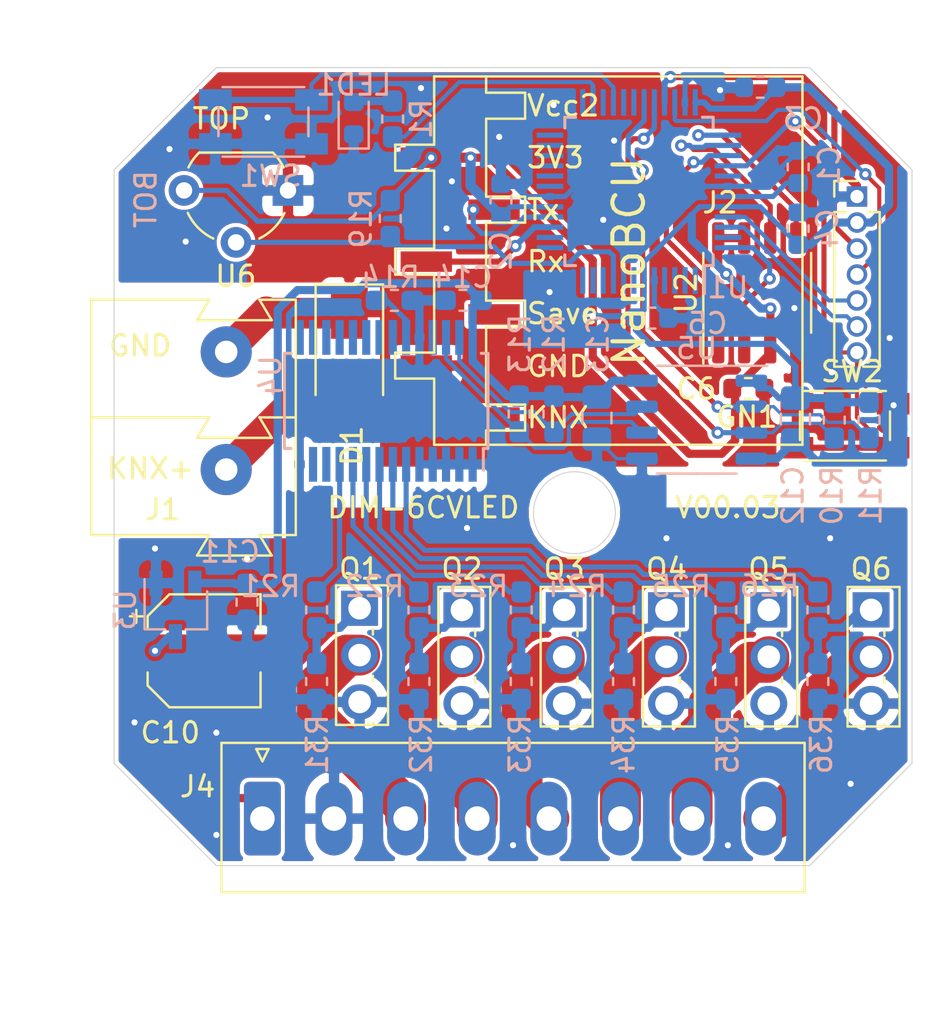
<source format=kicad_pcb>
(kicad_pcb (version 20171130) (host pcbnew "(5.1.4)-1")
  (title_block (date 2021-04-18) (rev V00.03))
  (layers (0 F.Cu signal) (31 B.Cu signal) (34 B.Paste user) (35 F.Paste user) (36 B.SilkS user) (37 F.SilkS user) (38 B.Mask user) (39 F.Mask user) (44 Edge.Cuts user))
  (net 0 "")
  (net 1 GND)
  (net 2 +3V3)
  (net 3 KNX+)
  (net 4 SAVE)
  (net 5 AREF)
  (net 6 D+)
  (net 7 D-)
  (net 8 D4)
  (net 9 D3)
  (net 10 SWCLK)
  (net 11 SWDIO)
  (net 12 D13)
  (net 13 Reset)
  (net 14 FLASH_SCK)
  (net 15 FLASH_MOSI)
  (net 16 FLASH_MISO)
  (net 17 FLASH_CS)
  (net 18 A5)
  (net 19 SCL)
  (net 20 SDA)
  (net 21 D7)
  (net 22 D6)
  (net 23 D12)
  (net 24 D10)
  (net 25 D11)
  (net 26 D5)
  (net 27 D2)
  (net 28 MISO)
  (net 29 SCK)
  (net 30 MOSI)
  (net 31 D1)
  (net 32 D0)
  (net 33 D9)
  (net 34 D8)
  (net 35 A4)
  (net 36 A3)
  (net 37 A2)
  (net 38 A1)
  (net 39 A0)
  (net 40 "Net-(Q1-Pad1)")
  (net 41 GND_LED)
  (net 42 V_LED)
  (net 43 +5V)
  (net 44 "Net-(J4-Pad6)")
  (net 45 "Net-(J4-Pad5)")
  (net 46 "Net-(J4-Pad4)")
  (net 47 "Net-(J4-Pad3)")
  (net 48 "Net-(Q2-Pad1)")
  (net 49 "Net-(Q3-Pad1)")
  (net 50 "Net-(Q4-Pad1)")
  (net 51 SDA_ISO)
  (net 52 SCL_ISO)
  (net 53 "Net-(U4-Pad25)")
  (net 54 "Net-(U4-Pad22)")
  (net 55 "Net-(U4-Pad21)")
  (net 56 "Net-(U4-Pad20)")
  (net 57 "Net-(U4-Pad19)")
  (net 58 "Net-(U4-Pad18)")
  (net 59 "Net-(U4-Pad17)")
  (net 60 "Net-(U4-Pad16)")
  (net 61 "Net-(U4-Pad15)")
  (net 62 "Net-(U4-Pad13)")
  (net 63 "Net-(U4-Pad12)")
  (net 64 "Net-(J4-Pad8)")
  (net 65 "Net-(J4-Pad7)")
  (net 66 "Net-(Q5-Pad1)")
  (net 67 "Net-(Q6-Pad1)")
  (net 68 "Net-(C1-Pad2)")
  (net 69 "Net-(LED1-Pad2)")
  (net 70 "Net-(R14-Pad1)")
  (net 71 "Net-(R21-Pad2)")
  (net 72 "Net-(R22-Pad2)")
  (net 73 "Net-(R23-Pad2)")
  (net 74 "Net-(R24-Pad2)")
  (net 75 "Net-(R25-Pad2)")
  (net 76 "Net-(R26-Pad2)")
  (net 77 "Net-(U1-Pad41)")
  (net 78 "Net-(U1-Pad22)")
  (net 79 "Net-(U1-Pad2)")
  (net 80 "Net-(U1-Pad1)")
  (net 81 "Net-(GN1-Pad7)")
  (module Connector_PinHeader_1.27mm:PinHeader_1x07_P1.27mm_Vertical (layer F.Cu) (at 126.31 107.3)
    (fp_text reference J2 (at -6.69 0.3) (layer F.SilkS))
    (fp_text value SWD_USB)
    (pad 7 thru_hole oval (at 0 7.62) (size 1 1) (drill 0.65) (layers *.Cu *.Mask) (net 13 Reset))
    (pad 6 thru_hole oval (at 0 6.35) (size 1 1) (drill 0.65) (layers *.Cu *.Mask) (net 11 SWDIO))
    (pad 5 thru_hole oval (at 0 5.08) (size 1 1) (drill 0.65) (layers *.Cu *.Mask) (net 10 SWCLK))
    (pad 4 thru_hole oval (at 0 3.81) (size 1 1) (drill 0.65) (layers *.Cu *.Mask) (net 6 D+))
    (pad 3 thru_hole oval (at 0 2.54) (size 1 1) (drill 0.65) (layers *.Cu *.Mask) (net 7 D-))
    (pad 2 thru_hole oval (at 0 1.27) (size 1 1) (drill 0.65) (layers *.Cu *.Mask) (net 2 +3V3))
    (pad 1 thru_hole rect (at 0 0) (size 1 1) (drill 0.65) (layers *.Cu *.Mask) (net 1 GND))
  )
  (module MicroBCU2:NanoBCU_PinHeader_SMD_low_profile (layer F.Cu) (at 106.915 118.1 180)
    (fp_text reference GN1 (at -14.01 0.03) (layer F.SilkS))
    (fp_text value Konnekting_µBCU)
    (fp_text user NanoBCU (at -8.255 7.62 90) (layer F.SilkS) (effects (font (size 1.5 1.5) (thickness 0.2))))
    (fp_text user Vcc2 (at -3.175 15.24) (layer F.SilkS) (effects (justify left)))
    (fp_text user 3V3 (at -3.175 12.7) (layer F.SilkS) (effects (justify left)))
    (fp_text user Tx (at -3.175 10.16) (layer F.SilkS) (effects (justify left)))
    (fp_text user Rx (at -3.175 7.62) (layer F.SilkS) (effects (justify left)))
    (fp_text user Save (at -3.175 5.08) (layer F.SilkS) (effects (justify left)))
    (fp_text user GND (at -3.175 2.5) (layer F.SilkS) (effects (justify left)))
    (fp_text user KNX (at -3.175 0) (layer F.SilkS) (effects (justify left)))
    (pad 6 smd rect (at 1.655 12.7 180) (size 2.51 1) (layers F.Cu F.Paste F.Mask) (net 2 +3V3))
    (pad 4 smd rect (at 1.655 7.62 180) (size 2.51 1) (layers F.Cu F.Paste F.Mask) (net 31 D1))
    (pad 2 smd rect (at 1.655 2.54 180) (size 2.51 1) (layers F.Cu F.Paste F.Mask) (net 1 GND))
    (pad 7 smd rect (at -1.655 15.24 180) (size 2.51 1) (layers F.Cu F.Paste F.Mask) (net 81 "Net-(GN1-Pad7)"))
    (pad 5 smd rect (at -1.655 10.16 180) (size 2.51 1) (layers F.Cu F.Paste F.Mask) (net 32 D0))
    (pad 3 smd rect (at -1.655 5.04 180) (size 2.51 1) (layers F.Cu F.Paste F.Mask) (net 4 SAVE))
    (pad 1 smd rect (at -1.655 0 180) (size 2.51 1) (layers F.Cu F.Paste F.Mask) (net 3 KNX+))
  )
  (module Package_TO_SOT_THT:TO-92_Wide (layer F.Cu) (at 98.5 107 180)
    (fp_text reference U6 (at 2.55 -4.19) (layer F.SilkS))
    (fp_text value DS18B20)
    (pad 1 thru_hole rect (at 0 0 270) (size 1.5 1.5) (drill 0.8) (layers *.Cu *.Mask) (net 1 GND))
    (pad 3 thru_hole circle (at 5.08 0 270) (size 1.5 1.5) (drill 0.8) (layers *.Cu *.Mask) (net 2 +3V3))
    (pad 2 thru_hole circle (at 2.54 -2.54 270) (size 1.5 1.5) (drill 0.8) (layers *.Cu *.Mask) (net 36 A3))
  )
  (module sirsydom:TO-251-3_Vertical_lowprofile (layer F.Cu) (at 127 127.5 270)
    (fp_text reference Q6 (at -2 0 180) (layer F.SilkS))
    (fp_text value IRLU2905)
    (pad 3 thru_hole oval (at 4.58 0 270) (size 1.7175 1.8) (drill 1.1) (layers *.Cu *.Mask) (net 41 GND_LED))
    (pad 2 thru_hole oval (at 2.29 0 270) (size 1.7175 1.8) (drill 1.1) (layers *.Cu *.Mask) (net 64 "Net-(J4-Pad8)"))
    (pad 1 thru_hole rect (at 0 0 270) (size 1.7175 1.8) (drill 1.1) (layers *.Cu *.Mask) (net 67 "Net-(Q6-Pad1)"))
  )
  (module sirsydom:TO-251-3_Vertical_lowprofile (layer F.Cu) (at 122 127.5 270)
    (fp_text reference Q5 (at -2 0 180) (layer F.SilkS))
    (fp_text value IRLU2905)
    (pad 3 thru_hole oval (at 4.58 0 270) (size 1.7175 1.8) (drill 1.1) (layers *.Cu *.Mask) (net 41 GND_LED))
    (pad 2 thru_hole oval (at 2.29 0 270) (size 1.7175 1.8) (drill 1.1) (layers *.Cu *.Mask) (net 65 "Net-(J4-Pad7)"))
    (pad 1 thru_hole rect (at 0 0 270) (size 1.7175 1.8) (drill 1.1) (layers *.Cu *.Mask) (net 66 "Net-(Q5-Pad1)"))
  )
  (module sirsydom:TO-251-3_Vertical_lowprofile (layer F.Cu) (at 117 127.5 270)
    (fp_text reference Q4 (at -2 0 180) (layer F.SilkS))
    (fp_text value IRLU2905)
    (pad 3 thru_hole oval (at 4.58 0 270) (size 1.7175 1.8) (drill 1.1) (layers *.Cu *.Mask) (net 41 GND_LED))
    (pad 2 thru_hole oval (at 2.29 0 270) (size 1.7175 1.8) (drill 1.1) (layers *.Cu *.Mask) (net 44 "Net-(J4-Pad6)"))
    (pad 1 thru_hole rect (at 0 0 270) (size 1.7175 1.8) (drill 1.1) (layers *.Cu *.Mask) (net 50 "Net-(Q4-Pad1)"))
  )
  (module sirsydom:TO-251-3_Vertical_lowprofile (layer F.Cu) (at 112 127.5 270)
    (fp_text reference Q3 (at -2 0 180) (layer F.SilkS))
    (fp_text value IRLU2905)
    (pad 3 thru_hole oval (at 4.58 0 270) (size 1.7175 1.8) (drill 1.1) (layers *.Cu *.Mask) (net 41 GND_LED))
    (pad 2 thru_hole oval (at 2.29 0 270) (size 1.7175 1.8) (drill 1.1) (layers *.Cu *.Mask) (net 45 "Net-(J4-Pad5)"))
    (pad 1 thru_hole rect (at 0 0 270) (size 1.7175 1.8) (drill 1.1) (layers *.Cu *.Mask) (net 49 "Net-(Q3-Pad1)"))
  )
  (module sirsydom:TO-251-3_Vertical_lowprofile (layer F.Cu) (at 107 127.5 270)
    (fp_text reference Q2 (at -2 0 180) (layer F.SilkS))
    (fp_text value IRLU2905)
    (pad 3 thru_hole oval (at 4.58 0 270) (size 1.7175 1.8) (drill 1.1) (layers *.Cu *.Mask) (net 41 GND_LED))
    (pad 2 thru_hole oval (at 2.29 0 270) (size 1.7175 1.8) (drill 1.1) (layers *.Cu *.Mask) (net 46 "Net-(J4-Pad4)"))
    (pad 1 thru_hole rect (at 0 0 270) (size 1.7175 1.8) (drill 1.1) (layers *.Cu *.Mask) (net 48 "Net-(Q2-Pad1)"))
  )
  (module sirsydom:TO-251-3_Vertical_lowprofile (layer F.Cu) (at 102 127.42 270)
    (fp_text reference Q1 (at -1.92 0 180) (layer F.SilkS))
    (fp_text value IRLU2905)
    (pad 3 thru_hole oval (at 4.58 0 270) (size 1.7175 1.8) (drill 1.1) (layers *.Cu *.Mask) (net 41 GND_LED))
    (pad 2 thru_hole oval (at 2.29 0 270) (size 1.7175 1.8) (drill 1.1) (layers *.Cu *.Mask) (net 47 "Net-(J4-Pad3)"))
    (pad 1 thru_hole rect (at 0 0 270) (size 1.7175 1.8) (drill 1.1) (layers *.Cu *.Mask) (net 40 "Net-(Q1-Pad1)"))
  )
  (module Capacitor_SMD:C_0805_2012Metric_Pad1.15x1.40mm_HandSolder (layer B.Cu) (at 113.6 118.125 90)
    (fp_text reference C13 (at 3.625 0.05 90) (layer B.SilkS) (effects (justify mirror)))
    (fp_text value 47nF)
    (pad 2 smd roundrect (at 1.025 0 90) (size 1.15 1.4) (layers B.Cu B.Paste B.Mask) (roundrect_rratio 0.217391) (net 43 +5V))
    (pad 1 smd roundrect (at -1.025 0 90) (size 1.15 1.4) (layers B.Cu B.Paste B.Mask) (roundrect_rratio 0.217391) (net 41 GND_LED))
  )
  (module Resistor_SMD:R_0603_1608Metric_Pad1.05x0.95mm_HandSolder (layer B.Cu) (at 104.9 131 90)
    (fp_text reference R32 (at -3.07 0.114 270) (layer B.SilkS) (effects (justify mirror)))
    (fp_text value 10k)
    (pad 2 smd roundrect (at 0.875 0 90) (size 1.05 0.95) (layers B.Cu B.Paste B.Mask) (net 48 "Net-(Q2-Pad1)"))
    (pad 1 smd roundrect (at -0.875 0 90) (size 1.05 0.95) (layers B.Cu B.Paste B.Mask) (net 41 GND_LED))
  )
  (module Resistor_SMD:R_0603_1608Metric_Pad1.05x0.95mm_HandSolder (layer B.Cu) (at 99.9 131 90)
    (fp_text reference R31 (at -3.07 0.034 270) (layer B.SilkS) (effects (justify mirror)))
    (fp_text value 10k)
    (pad 2 smd roundrect (at 0.875 0 90) (size 1.05 0.95) (layers B.Cu B.Paste B.Mask) (net 40 "Net-(Q1-Pad1)"))
    (pad 1 smd roundrect (at -0.875 0 90) (size 1.05 0.95) (layers B.Cu B.Paste B.Mask) (net 41 GND_LED))
  )
  (module sirsydom:SW_Push_Xunpu_TS-1089S_Handsolder (layer F.Cu) (at 125.724 118.5)
    (fp_text reference SW2 (at 0.35 -2.65) (layer F.SilkS))
    (fp_text value Reset)
    (pad 2 smd rect (at -2.35 1.075) (size 1.6 1.05) (layers F.Cu F.Paste F.Mask) (net 13 Reset))
    (pad 1 smd rect (at -2.35 -1.075) (size 1.6 1.05) (layers F.Cu F.Paste F.Mask) (net 1 GND))
    (pad 2 smd rect (at 2.35 1.075) (size 1.6 1.05) (layers F.Cu F.Paste F.Mask) (net 13 Reset))
    (pad 1 smd rect (at 2.35 -1.075) (size 1.6 1.05) (layers F.Cu F.Paste F.Mask) (net 1 GND))
  )
  (module sirsydom:SW_Push_Xunpu_TS-1089S_Handsolder (layer B.Cu) (at 97.3 103.65)
    (fp_text reference SW1 (at 0.35 2.65) (layer B.SilkS) (effects (justify mirror)))
    (fp_text value Prog)
    (pad 2 smd rect (at -2.35 -1.075) (size 1.6 1.05) (layers B.Cu B.Paste B.Mask) (net 23 D12))
    (pad 1 smd rect (at -2.35 1.075) (size 1.6 1.05) (layers B.Cu B.Paste B.Mask) (net 1 GND))
    (pad 2 smd rect (at 2.35 -1.075) (size 1.6 1.05) (layers B.Cu B.Paste B.Mask) (net 23 D12))
    (pad 1 smd rect (at 2.35 1.075) (size 1.6 1.05) (layers B.Cu B.Paste B.Mask) (net 1 GND))
  )
  (module Package_SO:SSOP-8_3.9x5.05mm_P1.27mm (layer B.Cu) (at 118.475 118.205 180)
    (fp_text reference U5 (at 0 3.48) (layer B.SilkS) (effects (justify mirror)))
    (fp_text value ADuM1250)
    (pad 8 smd roundrect (at 2.675 1.905 180) (size 1.55 0.6) (layers B.Cu B.Paste B.Mask) (net 43 +5V))
    (pad 7 smd roundrect (at 2.675 0.635 180) (size 1.55 0.6) (layers B.Cu B.Paste B.Mask) (net 51 SDA_ISO))
    (pad 6 smd roundrect (at 2.675 -0.635 180) (size 1.55 0.6) (layers B.Cu B.Paste B.Mask) (net 52 SCL_ISO))
    (pad 5 smd roundrect (at 2.675 -1.905 180) (size 1.55 0.6) (layers B.Cu B.Paste B.Mask) (net 41 GND_LED))
    (pad 4 smd roundrect (at -2.675 -1.905 180) (size 1.55 0.6) (layers B.Cu B.Paste B.Mask) (net 1 GND))
    (pad 3 smd roundrect (at -2.675 -0.635 180) (size 1.55 0.6) (layers B.Cu B.Paste B.Mask) (net 19 SCL))
    (pad 2 smd roundrect (at -2.675 0.635 180) (size 1.55 0.6) (layers B.Cu B.Paste B.Mask) (net 20 SDA))
    (pad 1 smd roundrect (at -2.675 1.905 180) (size 1.55 0.6) (layers B.Cu B.Paste B.Mask) (net 2 +3V3))
  )
  (module Package_SO:SSOP-8_3.9x5.05mm_P1.27mm (layer F.Cu) (at 121.4351 112.00654 90)
    (fp_text reference U2 (at 0 -3.48 90) (layer F.SilkS))
    (fp_text value GD25Q16C)
    (pad 8 smd roundrect (at 2.675 -1.905 90) (size 1.55 0.6) (layers F.Cu F.Paste F.Mask) (net 2 +3V3))
    (pad 7 smd roundrect (at 2.675 -0.635 90) (size 1.55 0.6) (layers F.Cu F.Paste F.Mask) (net 2 +3V3))
    (pad 6 smd roundrect (at 2.675 0.635 90) (size 1.55 0.6) (layers F.Cu F.Paste F.Mask) (net 14 FLASH_SCK))
    (pad 5 smd roundrect (at 2.675 1.905 90) (size 1.55 0.6) (layers F.Cu F.Paste F.Mask) (net 15 FLASH_MOSI))
    (pad 4 smd roundrect (at -2.675 1.905 90) (size 1.55 0.6) (layers F.Cu F.Paste F.Mask) (net 1 GND))
    (pad 3 smd roundrect (at -2.675 0.635 90) (size 1.55 0.6) (layers F.Cu F.Paste F.Mask) (net 2 +3V3))
    (pad 2 smd roundrect (at -2.675 -0.635 90) (size 1.55 0.6) (layers F.Cu F.Paste F.Mask) (net 16 FLASH_MISO))
    (pad 1 smd roundrect (at -2.675 -1.905 90) (size 1.55 0.6) (layers F.Cu F.Paste F.Mask) (net 17 FLASH_CS))
  )
  (module sirsydom:TSSOP-28_4.4x9.7mm_P0.65mm_Handsolder (layer B.Cu) (at 103.3 117.286 90)
    (fp_text reference U4 (at 1.218 -5.652 90) (layer B.SilkS) (effects (justify mirror)))
    (fp_text value PCA9685PW)
    (pad 28 smd rect (at 3.1 4.225 90) (size 1.7 0.4) (layers B.Cu B.Paste B.Mask) (net 43 +5V))
    (pad 27 smd rect (at 3.1 3.575 90) (size 1.7 0.4) (layers B.Cu B.Paste B.Mask) (net 51 SDA_ISO))
    (pad 26 smd rect (at 3.1 2.925 90) (size 1.7 0.4) (layers B.Cu B.Paste B.Mask) (net 52 SCL_ISO))
    (pad 25 smd rect (at 3.1 2.275 90) (size 1.7 0.4) (layers B.Cu B.Paste B.Mask) (net 53 "Net-(U4-Pad25)"))
    (pad 24 smd rect (at 3.1 1.625 90) (size 1.7 0.4) (layers B.Cu B.Paste B.Mask) (net 41 GND_LED))
    (pad 23 smd rect (at 3.1 0.975 90) (size 1.7 0.4) (layers B.Cu B.Paste B.Mask) (net 70 "Net-(R14-Pad1)"))
    (pad 22 smd rect (at 3.1 0.325 90) (size 1.7 0.4) (layers B.Cu B.Paste B.Mask) (net 54 "Net-(U4-Pad22)"))
    (pad 21 smd rect (at 3.1 -0.325 90) (size 1.7 0.4) (layers B.Cu B.Paste B.Mask) (net 55 "Net-(U4-Pad21)"))
    (pad 20 smd rect (at 3.1 -0.975 90) (size 1.7 0.4) (layers B.Cu B.Paste B.Mask) (net 56 "Net-(U4-Pad20)"))
    (pad 19 smd rect (at 3.1 -1.625 90) (size 1.7 0.4) (layers B.Cu B.Paste B.Mask) (net 57 "Net-(U4-Pad19)"))
    (pad 18 smd rect (at 3.1 -2.275 90) (size 1.7 0.4) (layers B.Cu B.Paste B.Mask) (net 58 "Net-(U4-Pad18)"))
    (pad 17 smd rect (at 3.1 -2.925 90) (size 1.7 0.4) (layers B.Cu B.Paste B.Mask) (net 59 "Net-(U4-Pad17)"))
    (pad 16 smd rect (at 3.1 -3.575 90) (size 1.7 0.4) (layers B.Cu B.Paste B.Mask) (net 60 "Net-(U4-Pad16)"))
    (pad 15 smd rect (at 3.1 -4.225 90) (size 1.7 0.4) (layers B.Cu B.Paste B.Mask) (net 61 "Net-(U4-Pad15)"))
    (pad 14 smd rect (at -3.1 -4.225 90) (size 1.7 0.4) (layers B.Cu B.Paste B.Mask) (net 41 GND_LED))
    (pad 13 smd rect (at -3.1 -3.575 90) (size 1.7 0.4) (layers B.Cu B.Paste B.Mask) (net 62 "Net-(U4-Pad13)"))
    (pad 12 smd rect (at -3.1 -2.925 90) (size 1.7 0.4) (layers B.Cu B.Paste B.Mask) (net 63 "Net-(U4-Pad12)"))
    (pad 11 smd rect (at -3.1 -2.275 90) (size 1.7 0.4) (layers B.Cu B.Paste B.Mask) (net 71 "Net-(R21-Pad2)"))
    (pad 10 smd rect (at -3.1 -1.625 90) (size 1.7 0.4) (layers B.Cu B.Paste B.Mask) (net 72 "Net-(R22-Pad2)"))
    (pad 9 smd rect (at -3.1 -0.975 90) (size 1.7 0.4) (layers B.Cu B.Paste B.Mask) (net 73 "Net-(R23-Pad2)"))
    (pad 8 smd rect (at -3.1 -0.325 90) (size 1.7 0.4) (layers B.Cu B.Paste B.Mask) (net 74 "Net-(R24-Pad2)"))
    (pad 7 smd rect (at -3.1 0.325 90) (size 1.7 0.4) (layers B.Cu B.Paste B.Mask) (net 75 "Net-(R25-Pad2)"))
    (pad 6 smd rect (at -3.1 0.975 90) (size 1.7 0.4) (layers B.Cu B.Paste B.Mask) (net 76 "Net-(R26-Pad2)"))
    (pad 5 smd rect (at -3.1 1.625 90) (size 1.7 0.4) (layers B.Cu B.Paste B.Mask) (net 41 GND_LED))
    (pad 4 smd rect (at -3.1 2.275 90) (size 1.7 0.4) (layers B.Cu B.Paste B.Mask) (net 41 GND_LED))
    (pad 3 smd rect (at -3.1 2.925 90) (size 1.7 0.4) (layers B.Cu B.Paste B.Mask) (net 41 GND_LED))
    (pad 2 smd rect (at -3.1 3.575 90) (size 1.7 0.4) (layers B.Cu B.Paste B.Mask) (net 41 GND_LED))
    (pad 1 smd rect (at -3.1 4.225 90) (size 1.7 0.4) (layers B.Cu B.Paste B.Mask) (net 41 GND_LED))
  )
  (module Capacitor_SMD:C_0603_1608Metric_Pad1.05x0.95mm_HandSolder (layer B.Cu) (at 107.05486 112.36976)
    (fp_text reference C14 (at -0.00886 -1.12776) (layer B.SilkS) (effects (justify mirror)))
    (fp_text value 10uF)
    (pad 2 smd roundrect (at 0.875 0) (size 1.05 0.95) (layers B.Cu B.Paste B.Mask) (net 43 +5V))
    (pad 1 smd roundrect (at -0.875 0) (size 1.05 0.95) (layers B.Cu B.Paste B.Mask) (net 41 GND_LED))
  )
  (module Resistor_SMD:R_0603_1608Metric_Pad1.05x0.95mm_HandSolder (layer B.Cu) (at 103.5 108.375 270)
    (fp_text reference R19 (at 0 1.43 90) (layer B.SilkS) (effects (justify mirror)))
    (fp_text value 4k7)
    (pad 2 smd roundrect (at 0.875 0 270) (size 1.05 0.95) (layers B.Cu B.Paste B.Mask) (net 36 A3))
    (pad 1 smd roundrect (at -0.875 0 270) (size 1.05 0.95) (layers B.Cu B.Paste B.Mask) (net 2 +3V3))
  )
  (module Capacitor_SMD:CP_Elec_5x5.3 (layer F.Cu) (at 94.4 129.5)
    (fp_text reference C10 (at -1.65 4) (layer F.SilkS))
    (fp_text value "10uF / 35V")
    (pad 2 smd roundrect (at 2.2 0) (size 3 1.6) (layers F.Cu F.Paste F.Mask) (roundrect_rratio 0.15625) (net 41 GND_LED))
    (pad 1 smd roundrect (at -2.2 0) (size 3 1.6) (layers F.Cu F.Paste F.Mask) (roundrect_rratio 0.15625) (net 42 V_LED))
  )
  (module Resistor_SMD:R_0603_1608Metric_Pad1.05x0.95mm_HandSolder (layer B.Cu) (at 99.9 127.5 90)
    (fp_text reference R21 (at 1.15 -2.252 180) (layer B.SilkS) (effects (justify mirror)))
    (fp_text value 100R)
    (pad 2 smd roundrect (at 0.875 0 90) (size 1.05 0.95) (layers B.Cu B.Paste B.Mask) (net 71 "Net-(R21-Pad2)"))
    (pad 1 smd roundrect (at -0.875 0 90) (size 1.05 0.95) (layers B.Cu B.Paste B.Mask) (net 40 "Net-(Q1-Pad1)"))
  )
  (module Resistor_SMD:R_0603_1608Metric_Pad1.05x0.95mm_HandSolder (layer B.Cu) (at 104.9 127.5 90)
    (fp_text reference R22 (at 1.15 -2.172 180) (layer B.SilkS) (effects (justify mirror)))
    (fp_text value 100R)
    (pad 2 smd roundrect (at 0.875 0 90) (size 1.05 0.95) (layers B.Cu B.Paste B.Mask) (net 72 "Net-(R22-Pad2)"))
    (pad 1 smd roundrect (at -0.875 0 90) (size 1.05 0.95) (layers B.Cu B.Paste B.Mask) (net 48 "Net-(Q2-Pad1)"))
  )
  (module sirsydom:PhoenixContact_MKDS_1,5_8-G-3.5_1x08_P3.5mm_Horizontal (layer F.Cu) (at 97.25 137.7)
    (fp_text reference J4 (at -3.17 -1.56) (layer F.SilkS))
    (fp_text value Conn_01x08)
    (pad 8 thru_hole oval (at 24.5 0) (size 1.8 3.6) (drill 1.2) (layers *.Cu *.Mask) (net 64 "Net-(J4-Pad8)"))
    (pad 7 thru_hole oval (at 21 0) (size 1.8 3.6) (drill 1.2) (layers *.Cu *.Mask) (net 65 "Net-(J4-Pad7)"))
    (pad 6 thru_hole oval (at 17.5 0) (size 1.8 3.6) (drill 1.2) (layers *.Cu *.Mask) (net 44 "Net-(J4-Pad6)"))
    (pad 5 thru_hole oval (at 14 0) (size 1.8 3.6) (drill 1.2) (layers *.Cu *.Mask) (net 45 "Net-(J4-Pad5)"))
    (pad 4 thru_hole oval (at 10.5 0) (size 1.8 3.6) (drill 1.2) (layers *.Cu *.Mask) (net 46 "Net-(J4-Pad4)"))
    (pad 3 thru_hole oval (at 7 0) (size 1.8 3.6) (drill 1.2) (layers *.Cu *.Mask) (net 47 "Net-(J4-Pad3)"))
    (pad 2 thru_hole oval (at 3.5 0) (size 1.8 3.6) (drill 1.2) (layers *.Cu *.Mask) (net 41 GND_LED))
    (pad 1 thru_hole roundrect (at 0 0) (size 1.8 3.6) (drill 1.2) (layers *.Cu *.Mask) (roundrect_rratio 0.138889) (net 42 V_LED))
  )
  (module Capacitor_SMD:C_0805_2012Metric_Pad1.15x1.40mm_HandSolder (layer B.Cu) (at 123.3 118.175 270)
    (fp_text reference C12 (at 3.735 0.125 90) (layer B.SilkS) (effects (justify mirror)))
    (fp_text value 47nF)
    (pad 2 smd roundrect (at 1.025 0 270) (size 1.15 1.4) (layers B.Cu B.Paste B.Mask) (roundrect_rratio 0.217391) (net 1 GND))
    (pad 1 smd roundrect (at -1.025 0 270) (size 1.15 1.4) (layers B.Cu B.Paste B.Mask) (roundrect_rratio 0.217391) (net 2 +3V3))
  )
  (module Package_TO_SOT_SMD:TSOT-23 (layer B.Cu) (at 93 127.5 270)
    (fp_text reference U3 (at 0 2.45 90) (layer B.SilkS) (effects (justify mirror)))
    (fp_text value "LDO 5V SOT23-3")
    (pad 3 smd rect (at 1.31 0 270) (size 1.22 0.65) (layers B.Cu B.Paste B.Mask) (net 42 V_LED))
    (pad 2 smd rect (at -1.31 -0.95 270) (size 1.22 0.65) (layers B.Cu B.Paste B.Mask) (net 43 +5V))
    (pad 1 smd rect (at -1.31 0.95 270) (size 1.22 0.65) (layers B.Cu B.Paste B.Mask) (net 41 GND_LED))
  )
  (module Resistor_SMD:R_0603_1608Metric_Pad1.05x0.95mm_HandSolder (layer B.Cu) (at 109.8 117.925 270)
    (fp_text reference R13 (at -3.425 -0.04 90) (layer B.SilkS) (effects (justify mirror)))
    (fp_text value 1k)
    (pad 2 smd roundrect (at 0.875 0 270) (size 1.05 0.95) (layers B.Cu B.Paste B.Mask) (net 52 SCL_ISO))
    (pad 1 smd roundrect (at -0.875 0 270) (size 1.05 0.95) (layers B.Cu B.Paste B.Mask) (net 43 +5V))
  )
  (module Resistor_SMD:R_0603_1608Metric_Pad1.05x0.95mm_HandSolder (layer B.Cu) (at 111.5 117.925 270)
    (fp_text reference R12 (at -3.425 0 90) (layer B.SilkS) (effects (justify mirror)))
    (fp_text value 1k)
    (pad 2 smd roundrect (at 0.875 0 270) (size 1.05 0.95) (layers B.Cu B.Paste B.Mask) (net 51 SDA_ISO))
    (pad 1 smd roundrect (at -0.875 0 270) (size 1.05 0.95) (layers B.Cu B.Paste B.Mask) (net 43 +5V))
  )
  (module Resistor_SMD:R_0603_1608Metric_Pad1.05x0.95mm_HandSolder (layer B.Cu) (at 124.4 131 90)
    (fp_text reference R36 (at -3.07 0.172 270) (layer B.SilkS) (effects (justify mirror)))
    (fp_text value 10k)
    (pad 2 smd roundrect (at 0.875 0 90) (size 1.05 0.95) (layers B.Cu B.Paste B.Mask) (net 67 "Net-(Q6-Pad1)"))
    (pad 1 smd roundrect (at -0.875 0 90) (size 1.05 0.95) (layers B.Cu B.Paste B.Mask) (net 41 GND_LED))
  )
  (module Resistor_SMD:R_0603_1608Metric_Pad1.05x0.95mm_HandSolder (layer B.Cu) (at 119.9 131 90)
    (fp_text reference R35 (at -3.07 0.1 270) (layer B.SilkS) (effects (justify mirror)))
    (fp_text value 10k)
    (pad 2 smd roundrect (at 0.875 0 90) (size 1.05 0.95) (layers B.Cu B.Paste B.Mask) (net 66 "Net-(Q5-Pad1)"))
    (pad 1 smd roundrect (at -0.875 0 90) (size 1.05 0.95) (layers B.Cu B.Paste B.Mask) (net 41 GND_LED))
  )
  (module Resistor_SMD:R_0603_1608Metric_Pad1.05x0.95mm_HandSolder (layer B.Cu) (at 114.9 131 90)
    (fp_text reference R34 (at -3.07 0.02 270) (layer B.SilkS) (effects (justify mirror)))
    (fp_text value 10k)
    (pad 2 smd roundrect (at 0.875 0 90) (size 1.05 0.95) (layers B.Cu B.Paste B.Mask) (net 50 "Net-(Q4-Pad1)"))
    (pad 1 smd roundrect (at -0.875 0 90) (size 1.05 0.95) (layers B.Cu B.Paste B.Mask) (net 41 GND_LED))
  )
  (module Resistor_SMD:R_0603_1608Metric_Pad1.05x0.95mm_HandSolder (layer B.Cu) (at 109.9 131 90)
    (fp_text reference R33 (at -3.07 -0.06 270) (layer B.SilkS) (effects (justify mirror)))
    (fp_text value 10k)
    (pad 2 smd roundrect (at 0.875 0 90) (size 1.05 0.95) (layers B.Cu B.Paste B.Mask) (net 49 "Net-(Q3-Pad1)"))
    (pad 1 smd roundrect (at -0.875 0 90) (size 1.05 0.95) (layers B.Cu B.Paste B.Mask) (net 41 GND_LED))
  )
  (module Resistor_SMD:R_0603_1608Metric_Pad1.05x0.95mm_HandSolder (layer B.Cu) (at 124.4 127.5 90)
    (fp_text reference R26 (at 1.175 -2.368 180) (layer B.SilkS) (effects (justify mirror)))
    (fp_text value 100R)
    (pad 2 smd roundrect (at 0.875 0 90) (size 1.05 0.95) (layers B.Cu B.Paste B.Mask) (net 76 "Net-(R26-Pad2)"))
    (pad 1 smd roundrect (at -0.875 0 90) (size 1.05 0.95) (layers B.Cu B.Paste B.Mask) (net 67 "Net-(Q6-Pad1)"))
  )
  (module Resistor_SMD:R_0603_1608Metric_Pad1.05x0.95mm_HandSolder (layer B.Cu) (at 114.9 127.5 90)
    (fp_text reference R24 (at 1.15 -2.266 180) (layer B.SilkS) (effects (justify mirror)))
    (fp_text value 100R)
    (pad 2 smd roundrect (at 0.875 0 90) (size 1.05 0.95) (layers B.Cu B.Paste B.Mask) (net 74 "Net-(R24-Pad2)"))
    (pad 1 smd roundrect (at -0.875 0 90) (size 1.05 0.95) (layers B.Cu B.Paste B.Mask) (net 50 "Net-(Q4-Pad1)"))
  )
  (module Resistor_SMD:R_0603_1608Metric_Pad1.05x0.95mm_HandSolder (layer B.Cu) (at 103.617 103.509 90)
    (fp_text reference R1 (at 0 1.397 90) (layer B.SilkS) (effects (justify mirror)))
    (fp_text value 1k)
    (pad 2 smd roundrect (at 0.875 0 90) (size 1.05 0.95) (layers B.Cu B.Paste B.Mask) (net 69 "Net-(LED1-Pad2)"))
    (pad 1 smd roundrect (at -0.875 0 90) (size 1.05 0.95) (layers B.Cu B.Paste B.Mask) (net 12 D13))
  )
  (module Resistor_SMD:R_0603_1608Metric_Pad1.05x0.95mm_HandSolder (layer B.Cu) (at 109.9 127.5 90)
    (fp_text reference R23 (at 1.15 -2.092 180) (layer B.SilkS) (effects (justify mirror)))
    (fp_text value 100R)
    (pad 2 smd roundrect (at 0.875 0 90) (size 1.05 0.95) (layers B.Cu B.Paste B.Mask) (net 73 "Net-(R23-Pad2)"))
    (pad 1 smd roundrect (at -0.875 0 90) (size 1.05 0.95) (layers B.Cu B.Paste B.Mask) (net 49 "Net-(Q3-Pad1)"))
  )
  (module Resistor_SMD:R_0603_1608Metric_Pad1.05x0.95mm_HandSolder (layer B.Cu) (at 126.9 118.225 270)
    (fp_text reference R11 (at 3.685 -0.085 90) (layer B.SilkS) (effects (justify mirror)))
    (fp_text value 1k)
    (pad 2 smd roundrect (at 0.875 0 270) (size 1.05 0.95) (layers B.Cu B.Paste B.Mask) (net 20 SDA))
    (pad 1 smd roundrect (at -0.875 0 270) (size 1.05 0.95) (layers B.Cu B.Paste B.Mask) (net 2 +3V3))
  )
  (module Resistor_SMD:R_0603_1608Metric_Pad1.05x0.95mm_HandSolder (layer B.Cu) (at 125.2 118.225 270)
    (fp_text reference R10 (at 3.685 0.12 90) (layer B.SilkS) (effects (justify mirror)))
    (fp_text value 1k)
    (pad 2 smd roundrect (at 0.875 0 270) (size 1.05 0.95) (layers B.Cu B.Paste B.Mask) (net 19 SCL))
    (pad 1 smd roundrect (at -0.875 0 270) (size 1.05 0.95) (layers B.Cu B.Paste B.Mask) (net 2 +3V3))
  )
  (module Resistor_SMD:R_0603_1608Metric_Pad1.05x0.95mm_HandSolder (layer B.Cu) (at 103.69958 112.37484)
    (fp_text reference R14 (at -0.20958 -1.13284) (layer B.SilkS) (effects (justify mirror)))
    (fp_text value 10k)
    (pad 2 smd roundrect (at 0.875 0) (size 1.05 0.95) (layers B.Cu B.Paste B.Mask) (net 41 GND_LED))
    (pad 1 smd roundrect (at -0.875 0) (size 1.05 0.95) (layers B.Cu B.Paste B.Mask) (net 70 "Net-(R14-Pad1)"))
  )
  (module Resistor_SMD:R_0603_1608Metric_Pad1.05x0.95mm_HandSolder (layer B.Cu) (at 119.9 127.5 90)
    (fp_text reference R25 (at 1.15 -2.186 180) (layer B.SilkS) (effects (justify mirror)))
    (fp_text value 100R)
    (pad 2 smd roundrect (at 0.875 0 90) (size 1.05 0.95) (layers B.Cu B.Paste B.Mask) (net 75 "Net-(R25-Pad2)"))
    (pad 1 smd roundrect (at -0.875 0 90) (size 1.05 0.95) (layers B.Cu B.Paste B.Mask) (net 66 "Net-(Q5-Pad1)"))
  )
  (module Capacitor_SMD:C_0603_1608Metric_Pad1.05x0.95mm_HandSolder (layer B.Cu) (at 96.5 127.125 270)
    (fp_text reference C11 (at -2.455 0.83 180) (layer B.SilkS) (effects (justify mirror)))
    (fp_text value 10uF)
    (pad 2 smd roundrect (at 0.875 0 270) (size 1.05 0.95) (layers B.Cu B.Paste B.Mask) (net 41 GND_LED))
    (pad 1 smd roundrect (at -0.875 0 270) (size 1.05 0.95) (layers B.Cu B.Paste B.Mask) (net 43 +5V))
  )
  (module sirsydom:KNX_Connector (layer F.Cu) (at 95.88138 118.09254)
    (fp_text reference J1 (at -3.5 4.5) (layer F.SilkS))
    (fp_text value KNX_Conn)
    (fp_text user KNX+ (at -4.1 2.5) (layer F.SilkS))
    (fp_text user GND (at -4.6 -3.5) (layer F.SilkS))
    (pad 2 thru_hole circle (at -0.4 -3.2) (size 2.5 2.5) (drill 1.1) (layers *.Cu *.Mask) (net 1 GND))
    (pad 1 thru_hole circle (at -0.4 2.55) (size 2.5 2.5) (drill 1.1) (layers *.Cu *.Mask) (net 3 KNX+))
  )
  (module Capacitor_SMD:C_0603_1608Metric (layer B.Cu) (at 116.29414 113.24098)
    (fp_text reference C5 (at 2.70586 0.25902) (layer B.SilkS) (effects (justify mirror)))
    (fp_text value 1µF)
    (pad 2 smd roundrect (at 0.7875 0) (size 0.875 0.95) (layers B.Cu B.Paste B.Mask) (net 1 GND))
    (pad 1 smd roundrect (at -0.7875 0) (size 0.875 0.95) (layers B.Cu B.Paste B.Mask) (net 2 +3V3))
  )
  (module Capacitor_SMD:C_0603_1608Metric (layer B.Cu) (at 123.43662 108.86466 90)
    (fp_text reference C4 (at 0 1.43 90) (layer B.SilkS) (effects (justify mirror)))
    (fp_text value 1µF)
    (pad 2 smd roundrect (at 0.7875 0 90) (size 0.875 0.95) (layers B.Cu B.Paste B.Mask) (net 1 GND))
    (pad 1 smd roundrect (at -0.7875 0 90) (size 0.875 0.95) (layers B.Cu B.Paste B.Mask) (net 2 +3V3))
  )
  (module Capacitor_SMD:C_0603_1608Metric (layer B.Cu) (at 121.57978 101.96084 180)
    (fp_text reference C3 (at -2.10322 -1.53416) (layer B.SilkS) (effects (justify mirror)))
    (fp_text value 1µF)
    (pad 2 smd roundrect (at 0.7875 0 180) (size 0.875 0.95) (layers B.Cu B.Paste B.Mask) (net 1 GND))
    (pad 1 smd roundrect (at -0.7875 0 180) (size 0.875 0.95) (layers B.Cu B.Paste B.Mask) (net 2 +3V3))
  )
  (module Capacitor_SMD:C_0603_1608Metric (layer B.Cu) (at 108.90782 107.4701 90)
    (fp_text reference C2 (at -2.49936 -0.00254 90) (layer B.SilkS) (effects (justify mirror)))
    (fp_text value 1µF)
    (pad 2 smd roundrect (at 0.7875 0 90) (size 0.875 0.95) (layers B.Cu B.Paste B.Mask) (net 1 GND))
    (pad 1 smd roundrect (at -0.7875 0 90) (size 0.875 0.95) (layers B.Cu B.Paste B.Mask) (net 2 +3V3))
  )
  (module Package_QFP:TQFP-48_7x7mm_P0.5mm (layer B.Cu) (at 115.6566 107.04846 90)
    (fp_text reference U1 (at -4.70154 4.3434 180) (layer B.SilkS) (effects (justify mirror)))
    (fp_text value ATSAMD21G18)
    (pad 48 smd rect (at -2.75 4.35) (size 1.3 0.25) (layers B.Cu B.Paste B.Mask) (net 16 FLASH_MISO))
    (pad 47 smd rect (at -2.25 4.35) (size 1.3 0.25) (layers B.Cu B.Paste B.Mask) (net 18 A5))
    (pad 46 smd rect (at -1.75 4.35) (size 1.3 0.25) (layers B.Cu B.Paste B.Mask) (net 11 SWDIO))
    (pad 45 smd rect (at -1.25 4.35) (size 1.3 0.25) (layers B.Cu B.Paste B.Mask) (net 10 SWCLK))
    (pad 44 smd rect (at -0.75 4.35) (size 1.3 0.25) (layers B.Cu B.Paste B.Mask) (net 2 +3V3))
    (pad 43 smd rect (at -0.25 4.35) (size 1.3 0.25) (layers B.Cu B.Paste B.Mask) (net 68 "Net-(C1-Pad2)"))
    (pad 42 smd rect (at 0.25 4.35) (size 1.3 0.25) (layers B.Cu B.Paste B.Mask) (net 1 GND))
    (pad 41 smd rect (at 0.75 4.35) (size 1.3 0.25) (layers B.Cu B.Paste B.Mask) (net 77 "Net-(U1-Pad41)"))
    (pad 40 smd rect (at 1.25 4.35) (size 1.3 0.25) (layers B.Cu B.Paste B.Mask) (net 13 Reset))
    (pad 39 smd rect (at 1.75 4.35) (size 1.3 0.25) (layers B.Cu B.Paste B.Mask) (net 17 FLASH_CS))
    (pad 38 smd rect (at 2.25 4.35) (size 1.3 0.25) (layers B.Cu B.Paste B.Mask) (net 14 FLASH_SCK))
    (pad 37 smd rect (at 2.75 4.35) (size 1.3 0.25) (layers B.Cu B.Paste B.Mask) (net 15 FLASH_MOSI))
    (pad 36 smd rect (at 4.35 2.75 90) (size 1.3 0.25) (layers B.Cu B.Paste B.Mask) (net 2 +3V3))
    (pad 35 smd rect (at 4.35 2.25 90) (size 1.3 0.25) (layers B.Cu B.Paste B.Mask) (net 1 GND))
    (pad 34 smd rect (at 4.35 1.75 90) (size 1.3 0.25) (layers B.Cu B.Paste B.Mask) (net 6 D+))
    (pad 33 smd rect (at 4.35 1.25 90) (size 1.3 0.25) (layers B.Cu B.Paste B.Mask) (net 7 D-))
    (pad 32 smd rect (at 4.35 0.75 90) (size 1.3 0.25) (layers B.Cu B.Paste B.Mask) (net 19 SCL))
    (pad 31 smd rect (at 4.35 0.25 90) (size 1.3 0.25) (layers B.Cu B.Paste B.Mask) (net 20 SDA))
    (pad 30 smd rect (at 4.35 -0.25 90) (size 1.3 0.25) (layers B.Cu B.Paste B.Mask) (net 21 D7))
    (pad 29 smd rect (at 4.35 -0.75 90) (size 1.3 0.25) (layers B.Cu B.Paste B.Mask) (net 22 D6))
    (pad 28 smd rect (at 4.35 -1.25 90) (size 1.3 0.25) (layers B.Cu B.Paste B.Mask) (net 23 D12))
    (pad 27 smd rect (at 4.35 -1.75 90) (size 1.3 0.25) (layers B.Cu B.Paste B.Mask) (net 24 D10))
    (pad 26 smd rect (at 4.35 -2.25 90) (size 1.3 0.25) (layers B.Cu B.Paste B.Mask) (net 12 D13))
    (pad 25 smd rect (at 4.35 -2.75 90) (size 1.3 0.25) (layers B.Cu B.Paste B.Mask) (net 25 D11))
    (pad 24 smd rect (at 2.75 -4.35) (size 1.3 0.25) (layers B.Cu B.Paste B.Mask) (net 26 D5))
    (pad 23 smd rect (at 2.25 -4.35) (size 1.3 0.25) (layers B.Cu B.Paste B.Mask) (net 27 D2))
    (pad 22 smd rect (at 1.75 -4.35) (size 1.3 0.25) (layers B.Cu B.Paste B.Mask) (net 78 "Net-(U1-Pad22)"))
    (pad 21 smd rect (at 1.25 -4.35) (size 1.3 0.25) (layers B.Cu B.Paste B.Mask) (net 28 MISO))
    (pad 20 smd rect (at 0.75 -4.35) (size 1.3 0.25) (layers B.Cu B.Paste B.Mask) (net 29 SCK))
    (pad 19 smd rect (at 0.25 -4.35) (size 1.3 0.25) (layers B.Cu B.Paste B.Mask) (net 30 MOSI))
    (pad 18 smd rect (at -0.25 -4.35) (size 1.3 0.25) (layers B.Cu B.Paste B.Mask) (net 1 GND))
    (pad 17 smd rect (at -0.75 -4.35) (size 1.3 0.25) (layers B.Cu B.Paste B.Mask) (net 2 +3V3))
    (pad 16 smd rect (at -1.25 -4.35) (size 1.3 0.25) (layers B.Cu B.Paste B.Mask) (net 32 D0))
    (pad 15 smd rect (at -1.75 -4.35) (size 1.3 0.25) (layers B.Cu B.Paste B.Mask) (net 31 D1))
    (pad 14 smd rect (at -2.25 -4.35) (size 1.3 0.25) (layers B.Cu B.Paste B.Mask) (net 9 D3))
    (pad 13 smd rect (at -2.75 -4.35) (size 1.3 0.25) (layers B.Cu B.Paste B.Mask) (net 8 D4))
    (pad 12 smd rect (at -4.35 -2.75 90) (size 1.3 0.25) (layers B.Cu B.Paste B.Mask) (net 33 D9))
    (pad 11 smd rect (at -4.35 -2.25 90) (size 1.3 0.25) (layers B.Cu B.Paste B.Mask) (net 34 D8))
    (pad 10 smd rect (at -4.35 -1.75 90) (size 1.3 0.25) (layers B.Cu B.Paste B.Mask) (net 35 A4))
    (pad 9 smd rect (at -4.35 -1.25 90) (size 1.3 0.25) (layers B.Cu B.Paste B.Mask) (net 36 A3))
    (pad 8 smd rect (at -4.35 -0.75 90) (size 1.3 0.25) (layers B.Cu B.Paste B.Mask) (net 37 A2))
    (pad 7 smd rect (at -4.35 -0.25 90) (size 1.3 0.25) (layers B.Cu B.Paste B.Mask) (net 38 A1))
    (pad 6 smd rect (at -4.35 0.25 90) (size 1.3 0.25) (layers B.Cu B.Paste B.Mask) (net 2 +3V3))
    (pad 5 smd rect (at -4.35 0.75 90) (size 1.3 0.25) (layers B.Cu B.Paste B.Mask) (net 1 GND))
    (pad 4 smd rect (at -4.35 1.25 90) (size 1.3 0.25) (layers B.Cu B.Paste B.Mask) (net 5 AREF))
    (pad 3 smd rect (at -4.35 1.75 90) (size 1.3 0.25) (layers B.Cu B.Paste B.Mask) (net 39 A0))
    (pad 2 smd rect (at -4.35 2.25 90) (size 1.3 0.25) (layers B.Cu B.Paste B.Mask) (net 79 "Net-(U1-Pad2)"))
    (pad 1 smd rect (at -4.35 2.75 90) (size 1.3 0.25) (layers B.Cu B.Paste B.Mask) (net 80 "Net-(U1-Pad1)"))
  )
  (module Diode_SMD:D_SMA (layer F.Cu) (at 101.5 115 270)
    (fp_text reference D1 (at 4.477 -0.127 90) (layer F.SilkS))
    (fp_text value SMAJ40CA)
    (pad 2 smd rect (at 2 0 270) (size 2.5 1.8) (layers F.Cu F.Paste F.Mask) (net 3 KNX+))
    (pad 1 smd rect (at -2 0 270) (size 2.5 1.8) (layers F.Cu F.Paste F.Mask) (net 1 GND))
  )
  (module LED_SMD:LED_0603_1608Metric (layer B.Cu) (at 101.712 103.4695 90)
    (fp_text reference LED1 (at 1.6255 0 180) (layer B.SilkS) (effects (justify mirror)))
    (fp_text value LED)
    (pad 2 smd roundrect (at 0.7875 0 90) (size 0.875 0.95) (layers B.Cu B.Paste B.Mask) (net 69 "Net-(LED1-Pad2)"))
    (pad 1 smd roundrect (at -0.7875 0 90) (size 0.875 0.95) (layers B.Cu B.Paste B.Mask) (net 1 GND))
  )
  (module Capacitor_SMD:C_0603_1608Metric (layer B.Cu) (at 123.43662 105.85476 270)
    (fp_text reference C1 (at -0.07376 -1.51638 90) (layer B.SilkS) (effects (justify mirror)))
    (fp_text value 1µF)
    (pad 2 smd roundrect (at 0.7875 0 270) (size 0.875 0.95) (layers B.Cu B.Paste B.Mask) (net 68 "Net-(C1-Pad2)"))
    (pad 1 smd roundrect (at -0.7875 0 270) (size 0.875 0.95) (layers B.Cu B.Paste B.Mask) (net 1 GND))
  )
  (module Capacitor_SMD:C_0603_1608Metric (layer F.Cu) (at 121 116.68014)
    (fp_text reference C6 (at -2.543 0.01986) (layer F.SilkS))
    (fp_text value 1µF)
    (pad 2 smd roundrect (at 0.7875 0) (size 0.875 0.95) (layers F.Cu F.Paste F.Mask) (net 1 GND))
    (pad 1 smd roundrect (at -0.7875 0) (size 0.875 0.95) (layers F.Cu F.Paste F.Mask) (net 2 +3V3))
  )
  (gr_circle (center 112.5 122.75) (end 114.5 122.75) (layer Edge.Cuts) (width 0.05))
  (gr_text "DIM-6CVLED          V00.03" (at 111.5 122.5) (layer F.SilkS) (effects (font (size 1 1))))
  (gr_text BOT (at 91.552 107.432 90) (layer B.SilkS) (effects (font (size 1 1)) (justify mirror)))
  (gr_text TOP (at 95.25 103.5) (layer F.SilkS) (effects (font (size 1 1))))
  (gr_line (start 106 140) (end 124 140) (layer Edge.Cuts) (width 0.05))
  (gr_line (start 95 140) (end 106 140) (layer Edge.Cuts) (width 0.05))
  (gr_line (start 95 101) (end 90 106) (layer Edge.Cuts) (width 0.05))
  (gr_line (start 95 140) (end 90 135) (layer Edge.Cuts) (width 0.05))
  (gr_line (start 129 135) (end 124 140) (layer Edge.Cuts) (width 0.05))
  (gr_line (start 124 101) (end 129 106) (layer Edge.Cuts) (width 0.05))
  (gr_line (start 90 135) (end 90 106) (layer Edge.Cuts) (width 0.05))
  (gr_line (start 129 106) (end 129 135) (layer Edge.Cuts) (width 0.05))
  (gr_line (start 95 101) (end 124 101) (layer Edge.Cuts) (width 0.05))
  (via (at 119.619 102.098) (size 0.6) (drill 0.3) (layers F.Cu B.Cu) (net 1))
  (segment (start 121.70542 106.79846) (end 123.43662 105.06726) (width 0.25) (layer B.Cu) (net 1))
  (segment (start 120.0066 106.79846) (end 121.70542 106.79846) (width 0.25) (layer B.Cu) (net 1))
  (segment (start 117.9066 102.69846) (end 117.9066 101.79846) (width 0.25) (layer B.Cu) (net 1))
  (segment (start 117.9066 101.79846) (end 118.205832 101.499228) (width 0.25) (layer B.Cu) (net 1))
  (segment (start 110.4066 107.29846) (end 111.3066 107.29846) (width 0.25) (layer B.Cu) (net 1))
  (segment (start 110.09868 107.29846) (end 110.4066 107.29846) (width 0.25) (layer B.Cu) (net 1))
  (segment (start 109.48282 106.6826) (end 110.09868 107.29846) (width 0.25) (layer B.Cu) (net 1))
  (segment (start 108.90782 106.6826) (end 109.48282 106.6826) (width 0.25) (layer B.Cu) (net 1))
  (segment (start 116.4066 112.56594) (end 117.08164 113.24098) (width 0.25) (layer B.Cu) (net 1))
  (segment (start 116.4066 111.39846) (end 116.4066 112.56594) (width 0.25) (layer B.Cu) (net 1))
  (segment (start 120.65512 102.098) (end 120.79228 101.96084) (width 0.3) (layer B.Cu) (net 1))
  (segment (start 119.619 102.098) (end 120.65512 102.098) (width 0.3) (layer B.Cu) (net 1))
  (segment (start 108.824 104.384) (end 108.824 104.384) (width 0.3) (layer F.Cu) (net 1))
  (via (at 108.824 104.384) (size 0.6) (drill 0.3) (layers F.Cu B.Cu) (net 1))
  (segment (start 108.90782 104.46782) (end 108.824 104.384) (width 0.3) (layer B.Cu) (net 1))
  (segment (start 108.90782 106.6826) (end 108.90782 104.46782) (width 0.3) (layer B.Cu) (net 1))
  (segment (start 121.14 103.622) (end 119.365 103.622) (width 0.3) (layer F.Cu) (net 1))
  (segment (start 119.319001 103.576001) (end 119.365 103.622) (width 0.3) (layer F.Cu) (net 1))
  (segment (start 119.319001 102.397999) (end 119.319001 103.576001) (width 0.3) (layer F.Cu) (net 1))
  (segment (start 119.619 102.098) (end 119.319001 102.397999) (width 0.3) (layer F.Cu) (net 1))
  (segment (start 118.984 102.733) (end 119.619 102.098) (width 0.3) (layer F.Cu) (net 1))
  (segment (start 121.14 103.622) (end 121.14 104.892) (width 0.25) (layer F.Cu) (net 1))
  (via (at 114.43994 104.56434) (size 0.6) (drill 0.3) (layers F.Cu B.Cu) (net 1))
  (segment (start 114.43994 104.56434) (end 114.43994 102.76348) (width 0.3) (layer F.Cu) (net 1))
  (segment (start 114.40946 102.733) (end 118.984 102.733) (width 0.3) (layer F.Cu) (net 1))
  (segment (start 101.5 113) (end 104.5 113) (width 0.4) (layer F.Cu) (net 1))
  (segment (start 105.26 113.76) (end 105.26 115.56) (width 0.4) (layer F.Cu) (net 1))
  (segment (start 104.5 113) (end 105.26 113.76) (width 0.4) (layer F.Cu) (net 1))
  (segment (start 122.39 120.11) (end 123.3 119.2) (width 0.4) (layer B.Cu) (net 1))
  (segment (start 120.95 120.11) (end 122.39 120.11) (width 0.4) (layer B.Cu) (net 1))
  (segment (start 123.3 119.2) (end 124.3 120.2) (width 0.4) (layer B.Cu) (net 1))
  (segment (start 124.3 120.2) (end 127.9 120.2) (width 0.4) (layer B.Cu) (net 1))
  (segment (start 127.9 120.2) (end 128.1 120) (width 0.4) (layer B.Cu) (net 1))
  (segment (start 128.1 120) (end 128.1 119.74598) (width 0.4) (layer B.Cu) (net 1))
  (segment (start 101.9025 104.4475) (end 101.712 104.257) (width 0.4) (layer B.Cu) (net 1))
  (segment (start 112.040602 107.29846) (end 111.3066 107.29846) (width 0.25) (layer B.Cu) (net 1))
  (segment (start 112.540602 106.79846) (end 112.040602 107.29846) (width 0.25) (layer B.Cu) (net 1))
  (segment (start 114.51506 105.063724) (end 114.51506 106.79846) (width 0.25) (layer B.Cu) (net 1))
  (segment (start 114.43994 104.988604) (end 114.51506 105.063724) (width 0.25) (layer B.Cu) (net 1))
  (segment (start 114.43994 104.56434) (end 114.43994 104.988604) (width 0.25) (layer B.Cu) (net 1))
  (segment (start 120.0066 106.79846) (end 114.51506 106.79846) (width 0.25) (layer B.Cu) (net 1))
  (segment (start 114.51506 106.79846) (end 112.540602 106.79846) (width 0.25) (layer B.Cu) (net 1))
  (segment (start 109.00434 104.56434) (end 108.824 104.384) (width 0.4) (layer F.Cu) (net 1))
  (segment (start 114.43994 104.56434) (end 109.00434 104.56434) (width 0.4) (layer F.Cu) (net 1))
  (via (at 97.50322 103.43404) (size 0.6) (drill 0.3) (layers F.Cu B.Cu) (net 1))
  (via (at 92.71024 104.9809) (size 0.6) (drill 0.3) (layers F.Cu B.Cu) (net 1))
  (via (at 111.48338 102.82698) (size 0.6) (drill 0.3) (layers F.Cu B.Cu) (net 1))
  (via (at 113.90908 108.43784) (size 0.6) (drill 0.3) (layers F.Cu B.Cu) (net 1))
  (via (at 111.28526 111.96844) (size 0.6) (drill 0.3) (layers F.Cu B.Cu) (net 1))
  (segment (start 128.1 118.255) (end 128.1 117.91972) (width 0.4) (layer B.Cu) (net 1))
  (segment (start 128.1 119.74598) (end 128.1 118.255) (width 0.4) (layer B.Cu) (net 1))
  (via (at 127.90702 114.2138) (size 0.6) (drill 0.3) (layers F.Cu B.Cu) (net 1))
  (segment (start 128.1 117.91972) (end 128.1 116.7) (width 0.4) (layer B.Cu) (net 1))
  (via (at 128.1 117.5) (size 0.6) (drill 0.3) (layers F.Cu B.Cu) (net 1))
  (via (at 106.2459 108.85948) (size 0.6) (drill 0.3) (layers F.Cu B.Cu) (net 1))
  (via (at 106.51006 106.5557) (size 0.6) (drill 0.3) (layers F.Cu B.Cu) (net 1))
  (via (at 105 102) (size 0.6) (drill 0.3) (layers F.Cu B.Cu) (net 1))
  (segment (start 95.48138 114.89254) (end 97.43774 112.93618) (width 1.5) (layer F.Cu) (net 1))
  (segment (start 97.50156 113) (end 101.5 113) (width 1.5) (layer F.Cu) (net 1))
  (segment (start 97.43774 112.93618) (end 97.50156 113) (width 1.5) (layer F.Cu) (net 1))
  (via (at 93.5 109.5) (size 0.6) (drill 0.3) (layers F.Cu B.Cu) (net 1))
  (segment (start 123.574 117.025) (end 123.849 117.025) (width 0.25) (layer F.Cu) (net 1))
  (segment (start 119.020228 101.499228) (end 119.619 102.098) (width 0.25) (layer B.Cu) (net 1))
  (segment (start 118.205832 101.499228) (end 119.020228 101.499228) (width 0.25) (layer B.Cu) (net 1))
  (via (at 123.25 112.75) (size 0.6) (drill 0.3) (layers F.Cu B.Cu) (net 1))
  (segment (start 124.63284 108.07716) (end 123.43662 108.07716) (width 0.4) (layer B.Cu) (net 1))
  (segment (start 125.41 107.3) (end 124.63284 108.07716) (width 0.4) (layer B.Cu) (net 1))
  (segment (start 125.41 107.3) (end 126.31 107.3) (width 0.4) (layer B.Cu) (net 1))
  (segment (start 123.43662 105.06726) (end 124.21726 105.06726) (width 0.4) (layer B.Cu) (net 1))
  (segment (start 125.215 106.065) (end 125.215 107.105) (width 0.4) (layer B.Cu) (net 1))
  (segment (start 124.21726 105.06726) (end 125.215 106.065) (width 0.4) (layer B.Cu) (net 1))
  (segment (start 125.215 107.105) (end 125.41 107.3) (width 0.4) (layer B.Cu) (net 1))
  (segment (start 128.26 113.86082) (end 127.90702 114.2138) (width 0.4) (layer F.Cu) (net 1))
  (segment (start 128.26 106.37) (end 128.26 113.86082) (width 0.4) (layer F.Cu) (net 1))
  (segment (start 126.31 107.3) (end 126.31 106.776802) (width 0.4) (layer F.Cu) (net 1))
  (segment (start 126.31 106.776802) (end 125.74 106.206802) (width 0.4) (layer F.Cu) (net 1))
  (segment (start 125.74 106.206802) (end 125.74 105.69) (width 0.4) (layer F.Cu) (net 1))
  (segment (start 125.74 105.69) (end 126.32 105.11) (width 0.4) (layer F.Cu) (net 1))
  (segment (start 126.32 105.11) (end 127 105.11) (width 0.4) (layer F.Cu) (net 1))
  (segment (start 127 105.11) (end 128.26 106.37) (width 0.4) (layer F.Cu) (net 1))
  (via (at 125.08 115.89) (size 0.6) (drill 0.3) (layers F.Cu B.Cu) (net 1))
  (via (at 122.07772 112.77108) (size 0.6) (drill 0.3) (layers F.Cu B.Cu) (net 2))
  (segment (start 122.07772 114.47392) (end 122.0701 114.48154) (width 0.25) (layer F.Cu) (net 2))
  (via (at 105.5 105.4) (size 0.6) (drill 0.3) (layers F.Cu B.Cu) (net 2))
  (via (at 107.427 105.4) (size 0.6) (drill 0.3) (layers F.Cu B.Cu) (net 2))
  (segment (start 121.58292 107.79846) (end 123.43662 109.65216) (width 0.25) (layer B.Cu) (net 2))
  (segment (start 120.0066 107.79846) (end 121.58292 107.79846) (width 0.25) (layer B.Cu) (net 2))
  (segment (start 111.304128 107.795988) (end 111.3066 107.79846) (width 0.25) (layer B.Cu) (net 2))
  (segment (start 109.369432 107.795988) (end 111.304128 107.795988) (width 0.25) (layer B.Cu) (net 2))
  (segment (start 108.90782 108.2576) (end 109.369432 107.795988) (width 0.25) (layer B.Cu) (net 2))
  (segment (start 115.9066 112.84102) (end 115.50664 113.24098) (width 0.25) (layer B.Cu) (net 2))
  (segment (start 115.9066 111.39846) (end 115.9066 112.84102) (width 0.25) (layer B.Cu) (net 2))
  (segment (start 107.427 106.77678) (end 107.427 105.4) (width 0.5) (layer B.Cu) (net 2))
  (segment (start 108.90782 108.2576) (end 107.427 106.77678) (width 0.5) (layer B.Cu) (net 2))
  (segment (start 105.26 105.4) (end 107.427 105.4) (width 0.5) (layer F.Cu) (net 2))
  (via (at 113.396 113.147) (size 0.6) (drill 0.3) (layers F.Cu B.Cu) (net 2))
  (segment (start 115.41266 113.147) (end 115.50664 113.24098) (width 0.3) (layer B.Cu) (net 2))
  (segment (start 113.396 113.147) (end 115.41266 113.147) (width 0.3) (layer B.Cu) (net 2))
  (segment (start 125 117.15) (end 125.2 117.35) (width 0.4) (layer B.Cu) (net 2))
  (segment (start 123.3 117.15) (end 125 117.15) (width 0.4) (layer B.Cu) (net 2))
  (segment (start 125.2 117.35) (end 126.9 117.35) (width 0.4) (layer B.Cu) (net 2))
  (segment (start 123.3 117.15) (end 123.3 115.6) (width 0.3) (layer B.Cu) (net 2))
  (segment (start 115.50664 113.81598) (end 116.19066 114.5) (width 0.3) (layer B.Cu) (net 2))
  (segment (start 115.50664 113.24098) (end 115.50664 113.81598) (width 0.3) (layer B.Cu) (net 2))
  (segment (start 122.2 114.5) (end 122.4 114.7) (width 0.3) (layer B.Cu) (net 2))
  (segment (start 116.19066 114.5) (end 122.2 114.5) (width 0.3) (layer B.Cu) (net 2))
  (segment (start 123.3 115.6) (end 122.4 114.7) (width 0.3) (layer B.Cu) (net 2))
  (segment (start 115.9066 110.49846) (end 115.9066 111.39846) (width 0.25) (layer B.Cu) (net 2))
  (segment (start 118.6066 107.79846) (end 115.9066 110.49846) (width 0.25) (layer B.Cu) (net 2))
  (segment (start 120.0066 107.79846) (end 118.6066 107.79846) (width 0.25) (layer B.Cu) (net 2))
  (segment (start 107.851264 105.4) (end 107.427 105.4) (width 0.4) (layer F.Cu) (net 2))
  (segment (start 108.379002 105.4) (end 107.851264 105.4) (width 0.4) (layer F.Cu) (net 2))
  (segment (start 113.396 110.416998) (end 108.379002 105.4) (width 0.4) (layer F.Cu) (net 2))
  (segment (start 113.396 113.147) (end 113.396 110.416998) (width 0.4) (layer F.Cu) (net 2))
  (segment (start 113.396 115.15868) (end 118.1077 119.87038) (width 0.4) (layer F.Cu) (net 2))
  (segment (start 113.396 113.147) (end 113.396 115.15868) (width 0.4) (layer F.Cu) (net 2))
  (segment (start 120.35306 119.2176) (end 119.70028 119.87038) (width 0.4) (layer F.Cu) (net 2))
  (segment (start 120.35306 117.25758) (end 120.35306 119.2176) (width 0.4) (layer F.Cu) (net 2))
  (segment (start 120.3555 117.25514) (end 120.35306 117.25758) (width 0.4) (layer F.Cu) (net 2))
  (segment (start 120.3555 116.68014) (end 120.3555 117.25514) (width 0.4) (layer F.Cu) (net 2))
  (segment (start 118.1077 119.87038) (end 119.70028 119.87038) (width 0.4) (layer F.Cu) (net 2))
  (segment (start 122.0701 114.96554) (end 122.0701 114.68154) (width 0.4) (layer F.Cu) (net 2))
  (segment (start 120.3555 116.68014) (end 122.0701 114.96554) (width 0.4) (layer F.Cu) (net 2))
  (segment (start 122.07772 114.67392) (end 122.0701 114.68154) (width 0.4) (layer F.Cu) (net 2))
  (segment (start 122.07772 112.77108) (end 122.07772 114.67392) (width 0.4) (layer F.Cu) (net 2))
  (segment (start 119.5301 109.33154) (end 120.8001 109.33154) (width 0.4) (layer F.Cu) (net 2))
  (segment (start 121.653456 112.77108) (end 122.07772 112.77108) (width 0.4) (layer B.Cu) (net 2))
  (segment (start 121.610218 112.77108) (end 121.653456 112.77108) (width 0.4) (layer B.Cu) (net 2))
  (segment (start 118.23649 109.397352) (end 119.919569 111.080431) (width 0.4) (layer B.Cu) (net 2))
  (segment (start 118.23649 108.23793) (end 118.23649 109.397352) (width 0.4) (layer B.Cu) (net 2))
  (segment (start 103.5 107.4) (end 103.5 107.5) (width 0.25) (layer B.Cu) (net 2))
  (segment (start 105.5 105.4) (end 103.5 107.4) (width 0.25) (layer B.Cu) (net 2))
  (segment (start 95.5 107) (end 93.42 107) (width 0.25) (layer B.Cu) (net 2))
  (segment (start 97 108.5) (end 95.5 107) (width 0.25) (layer B.Cu) (net 2))
  (segment (start 103.5 107.5) (end 102.5 108.5) (width 0.25) (layer B.Cu) (net 2))
  (segment (start 102.5 108.5) (end 97 108.5) (width 0.25) (layer B.Cu) (net 2))
  (segment (start 122.5 117.15) (end 122.29684 116.94684) (width 0.3) (layer B.Cu) (net 2))
  (segment (start 123.3 117.15) (end 122.5 117.15) (width 0.3) (layer B.Cu) (net 2))
  (segment (start 122.02071 116.67071) (end 122.5 117.15) (width 0.3) (layer B.Cu) (net 2))
  (segment (start 121.52071 116.67071) (end 122.02071 116.67071) (width 0.3) (layer B.Cu) (net 2))
  (segment (start 121.15 116.3) (end 121.52071 116.67071) (width 0.3) (layer B.Cu) (net 2))
  (segment (start 122.36728 101.96084) (end 121.32812 103) (width 0.3) (layer B.Cu) (net 2))
  (segment (start 118.8316 102.69846) (end 118.4066 102.69846) (width 0.3) (layer B.Cu) (net 2))
  (segment (start 119.13314 103) (end 118.8316 102.69846) (width 0.3) (layer B.Cu) (net 2))
  (segment (start 121.32812 103) (end 119.13314 103) (width 0.3) (layer B.Cu) (net 2))
  (segment (start 119.919569 111.080431) (end 121.610218 112.77108) (width 0.4) (layer B.Cu) (net 2))
  (via (at 119.919569 111.080431) (size 0.6) (drill 0.3) (layers F.Cu B.Cu) (net 2))
  (segment (start 119.5301 110.690962) (end 119.919569 111.080431) (width 0.4) (layer F.Cu) (net 2))
  (segment (start 119.5301 109.33154) (end 119.5301 110.690962) (width 0.4) (layer F.Cu) (net 2))
  (segment (start 126.31 108.57) (end 127.017106 108.57) (width 0.4) (layer B.Cu) (net 2))
  (segment (start 123.96484 101.96084) (end 126.896 104.892) (width 0.4) (layer B.Cu) (net 2))
  (segment (start 122.36728 101.96084) (end 123.96484 101.96084) (width 0.4) (layer B.Cu) (net 2))
  (segment (start 126.896 104.892) (end 127.874 105.87) (width 0.4) (layer B.Cu) (net 2))
  (segment (start 127.874 107.713106) (end 127.763553 107.823553) (width 0.4) (layer B.Cu) (net 2))
  (segment (start 127.874 105.87) (end 127.874 107.713106) (width 0.4) (layer B.Cu) (net 2))
  (segment (start 127.017106 108.57) (end 127.763553 107.823553) (width 0.4) (layer B.Cu) (net 2))
  (segment (start 125.12 108.57) (end 126.31 108.57) (width 0.4) (layer B.Cu) (net 2))
  (segment (start 123.43662 109.65216) (end 124.03784 109.65216) (width 0.4) (layer B.Cu) (net 2))
  (segment (start 124.03784 109.65216) (end 125.12 108.57) (width 0.4) (layer B.Cu) (net 2))
  (segment (start 101.5 117) (end 104.7 117) (width 0.4) (layer F.Cu) (net 3))
  (segment (start 105.8 118.1) (end 108.57 118.1) (width 0.4) (layer F.Cu) (net 3))
  (segment (start 104.7 117) (end 105.8 118.1) (width 0.4) (layer F.Cu) (net 3))
  (segment (start 96.731379 119.392541) (end 96.736459 119.392541) (width 1.5) (layer F.Cu) (net 3))
  (segment (start 95.48138 120.64254) (end 96.731379 119.392541) (width 1.5) (layer F.Cu) (net 3))
  (segment (start 99.1 117) (end 101.5 117) (width 1.5) (layer F.Cu) (net 3))
  (segment (start 96.736459 119.363541) (end 99.1 117) (width 1.5) (layer F.Cu) (net 3))
  (segment (start 96.736459 119.392541) (end 96.736459 119.363541) (width 1.5) (layer F.Cu) (net 3))
  (segment (start 117.466601 103.608461) (end 121.891539 103.608461) (width 0.2) (layer B.Cu) (net 6))
  (segment (start 117.4066 102.69846) (end 117.4066 103.54846) (width 0.2) (layer B.Cu) (net 6))
  (segment (start 117.4066 103.54846) (end 117.466601 103.608461) (width 0.2) (layer B.Cu) (net 6))
  (segment (start 123.570801 103.061999) (end 124.75 104.241198) (width 0.2) (layer B.Cu) (net 6))
  (segment (start 121.891539 103.608461) (end 122.438001 103.061999) (width 0.2) (layer B.Cu) (net 6))
  (segment (start 122.438001 103.061999) (end 123.570801 103.061999) (width 0.2) (layer B.Cu) (net 6))
  (segment (start 124.75 104.241198) (end 124.751198 104.241198) (width 0.2) (layer B.Cu) (net 6))
  (segment (start 126.25 105.74) (end 126.25 105.74) (width 0.2) (layer B.Cu) (net 6))
  (via (at 126.72 106.21) (size 0.6) (drill 0.3) (layers F.Cu B.Cu) (net 6))
  (segment (start 127.4 110.02) (end 126.31 111.11) (width 0.2) (layer F.Cu) (net 6))
  (segment (start 126.72 106.21) (end 127.4 106.89) (width 0.2) (layer F.Cu) (net 6))
  (segment (start 127.4 106.89) (end 127.4 110.02) (width 0.2) (layer F.Cu) (net 6))
  (segment (start 126.420001 105.910001) (end 126.175 105.665) (width 0.2) (layer B.Cu) (net 6))
  (segment (start 126.72 106.21) (end 126.420001 105.910001) (width 0.2) (layer B.Cu) (net 6))
  (segment (start 124.751198 104.241198) (end 126.175 105.665) (width 0.2) (layer B.Cu) (net 6))
  (segment (start 126.175 105.665) (end 126.25 105.74) (width 0.2) (layer B.Cu) (net 6))
  (segment (start 116.9066 101.74846) (end 117.19206 101.463) (width 0.3) (layer B.Cu) (net 7))
  (segment (start 116.9066 102.69846) (end 116.9066 101.74846) (width 0.3) (layer B.Cu) (net 7))
  (segment (start 117.19206 101.463) (end 117.19206 101.463) (width 0.3) (layer B.Cu) (net 7))
  (via (at 117.19206 101.463) (size 0.6) (drill 0.3) (layers F.Cu B.Cu) (net 7))
  (segment (start 123.683 101.463) (end 117.19206 101.463) (width 0.3) (layer F.Cu) (net 7))
  (segment (start 125.207 102.987) (end 123.683 101.463) (width 0.3) (layer F.Cu) (net 7))
  (segment (start 125.207 108.737) (end 125.207 104.763) (width 0.25) (layer F.Cu) (net 7))
  (segment (start 126.31 109.84) (end 125.207 108.737) (width 0.25) (layer F.Cu) (net 7))
  (segment (start 125.207 104.763) (end 125.207 102.987) (width 0.3) (layer F.Cu) (net 7))
  (segment (start 120.0066 108.29846) (end 120.8566 108.29846) (width 0.2) (layer B.Cu) (net 10))
  (segment (start 124.93814 112.38) (end 124.77907 112.22093) (width 0.2) (layer B.Cu) (net 10))
  (segment (start 126.31 112.38) (end 124.93814 112.38) (width 0.2) (layer B.Cu) (net 10))
  (segment (start 120.8566 108.29846) (end 124.77907 112.22093) (width 0.2) (layer B.Cu) (net 10))
  (segment (start 120.0066 108.79846) (end 120.766156 108.79846) (width 0.2) (layer B.Cu) (net 11))
  (segment (start 125.117697 113.150001) (end 123.983848 112.016152) (width 0.2) (layer B.Cu) (net 11))
  (segment (start 125.810001 113.150001) (end 125.117697 113.150001) (width 0.2) (layer B.Cu) (net 11))
  (segment (start 126.31 113.65) (end 125.810001 113.150001) (width 0.2) (layer B.Cu) (net 11))
  (segment (start 120.766156 108.79846) (end 123.983848 112.016152) (width 0.2) (layer B.Cu) (net 11))
  (segment (start 113.4066 102.69846) (end 113.4066 101.964458) (width 0.25) (layer B.Cu) (net 12))
  (segment (start 104.192 104.384) (end 106.86916 101.70684) (width 0.2) (layer B.Cu) (net 12))
  (segment (start 103.617 104.384) (end 104.192 104.384) (width 0.2) (layer B.Cu) (net 12))
  (segment (start 113.4066 101.84846) (end 113.4066 102.69846) (width 0.2) (layer B.Cu) (net 12))
  (segment (start 113.26498 101.70684) (end 113.4066 101.84846) (width 0.2) (layer B.Cu) (net 12))
  (segment (start 106.86916 101.70684) (end 113.26498 101.70684) (width 0.2) (layer B.Cu) (net 12))
  (segment (start 120.9066 105.79846) (end 123.08306 103.622) (width 0.25) (layer B.Cu) (net 13))
  (segment (start 120.0066 105.79846) (end 120.9066 105.79846) (width 0.25) (layer B.Cu) (net 13))
  (segment (start 123.08306 103.622) (end 123.302 103.622) (width 0.25) (layer B.Cu) (net 13))
  (segment (start 123.302 103.622) (end 123.302 103.622) (width 0.25) (layer B.Cu) (net 13))
  (via (at 123.302 103.622) (size 0.6) (drill 0.3) (layers F.Cu B.Cu) (net 13))
  (segment (start 124.69646 105.01646) (end 123.302 103.622) (width 0.25) (layer F.Cu) (net 13))
  (segment (start 124.69646 114.66846) (end 124.69646 105.01646) (width 0.25) (layer F.Cu) (net 13))
  (segment (start 124.474 119.575) (end 128.074 119.575) (width 0.3) (layer F.Cu) (net 13))
  (segment (start 123.374 119.575) (end 124.474 119.575) (width 0.3) (layer F.Cu) (net 13))
  (segment (start 124.948 114.92) (end 126.31 114.92) (width 0.2) (layer F.Cu) (net 13))
  (segment (start 124.69646 114.66846) (end 124.948 114.92) (width 0.2) (layer F.Cu) (net 13))
  (segment (start 127.799 119.575) (end 128.074 119.575) (width 0.2) (layer F.Cu) (net 13))
  (segment (start 126.31 118.086) (end 127.799 119.575) (width 0.2) (layer F.Cu) (net 13))
  (segment (start 126.31 114.92) (end 126.31 118.086) (width 0.2) (layer F.Cu) (net 13))
  (via (at 117.71908 104.80818) (size 0.6) (drill 0.3) (layers F.Cu B.Cu) (net 14))
  (segment (start 118.143344 104.80818) (end 117.71908 104.80818) (width 0.25) (layer F.Cu) (net 14))
  (segment (start 118.335164 105) (end 118.143344 104.80818) (width 0.25) (layer F.Cu) (net 14))
  (segment (start 119.31552 105) (end 118.335164 105) (width 0.25) (layer F.Cu) (net 14))
  (segment (start 122.0701 107.75458) (end 119.31552 105) (width 0.25) (layer F.Cu) (net 14))
  (segment (start 122.0701 109.33154) (end 122.0701 107.75458) (width 0.25) (layer F.Cu) (net 14))
  (segment (start 118.143344 104.80818) (end 117.71908 104.80818) (width 0.25) (layer B.Cu) (net 14))
  (segment (start 118.225425 104.890261) (end 118.143344 104.80818) (width 0.25) (layer B.Cu) (net 14))
  (segment (start 118.838081 104.890261) (end 118.225425 104.890261) (width 0.25) (layer B.Cu) (net 14))
  (segment (start 118.929882 104.79846) (end 118.838081 104.890261) (width 0.25) (layer B.Cu) (net 14))
  (segment (start 120.0066 104.79846) (end 118.929882 104.79846) (width 0.25) (layer B.Cu) (net 14))
  (via (at 118.55728 104.30526) (size 0.6) (drill 0.3) (layers F.Cu B.Cu) (net 15))
  (segment (start 118.56408 104.29846) (end 118.55728 104.30526) (width 0.25) (layer B.Cu) (net 15))
  (segment (start 120.0066 104.29846) (end 118.56408 104.29846) (width 0.25) (layer B.Cu) (net 15))
  (segment (start 123.3401 107.919125) (end 123.3401 109.33154) (width 0.25) (layer F.Cu) (net 15))
  (segment (start 118.55728 104.30526) (end 119.726235 104.30526) (width 0.25) (layer F.Cu) (net 15))
  (segment (start 119.726235 104.30526) (end 123.3401 107.919125) (width 0.25) (layer F.Cu) (net 15))
  (via (at 122.04216 111.3055) (size 0.6) (drill 0.3) (layers F.Cu B.Cu) (net 16))
  (segment (start 122.0701 111.27756) (end 122.04216 111.3055) (width 0.25) (layer F.Cu) (net 16))
  (segment (start 122.04216 111.3055) (end 122.04216 110.61895) (width 0.25) (layer B.Cu) (net 16))
  (segment (start 121.22167 109.79846) (end 120.0066 109.79846) (width 0.25) (layer B.Cu) (net 16))
  (segment (start 122.04216 110.61895) (end 121.22167 109.79846) (width 0.25) (layer B.Cu) (net 16))
  (segment (start 120.8001 112.54756) (end 122.04216 111.3055) (width 0.25) (layer F.Cu) (net 16))
  (segment (start 120.8001 114.68154) (end 120.8001 112.54756) (width 0.25) (layer F.Cu) (net 16))
  (via (at 118.3236 105.62352) (size 0.6) (drill 0.3) (layers F.Cu B.Cu) (net 17))
  (segment (start 119.5301 111.9278) (end 119.5301 114.68154) (width 0.25) (layer F.Cu) (net 17))
  (segment (start 116.99264 109.39034) (end 119.5301 111.9278) (width 0.25) (layer F.Cu) (net 17))
  (segment (start 118.3236 105.62352) (end 116.99264 106.95448) (width 0.25) (layer F.Cu) (net 17))
  (segment (start 116.99264 106.95448) (end 116.99264 109.39034) (width 0.25) (layer F.Cu) (net 17))
  (segment (start 119.072924 105.29846) (end 119.20154 105.29846) (width 0.25) (layer B.Cu) (net 17))
  (segment (start 118.747864 105.62352) (end 119.072924 105.29846) (width 0.25) (layer B.Cu) (net 17))
  (segment (start 118.3236 105.62352) (end 118.747864 105.62352) (width 0.25) (layer B.Cu) (net 17))
  (segment (start 119.20154 105.29846) (end 120.0066 105.29846) (width 0.25) (layer B.Cu) (net 17))
  (segment (start 120.95 118.84) (end 120.95 118.84) (width 0.2) (layer B.Cu) (net 19))
  (via (at 119.5 118.84) (size 0.6) (drill 0.3) (layers F.Cu B.Cu) (net 19))
  (segment (start 119.5 118.84) (end 120.95 118.84) (width 0.25) (layer B.Cu) (net 19))
  (via (at 115.88774 104.4729) (size 0.6) (drill 0.3) (layers F.Cu B.Cu) (net 19))
  (segment (start 115.284479 114.624479) (end 116.04244 115.38244) (width 0.25) (layer F.Cu) (net 19))
  (segment (start 119.5 118.84) (end 116.04244 115.38244) (width 0.25) (layer F.Cu) (net 19))
  (segment (start 116.04244 115.38244) (end 115.66168 115.00168) (width 0.25) (layer F.Cu) (net 19))
  (segment (start 122.19202 118.84) (end 121.15 118.84) (width 0.16) (layer B.Cu) (net 19))
  (segment (start 122.64703 118.38499) (end 122.19202 118.84) (width 0.16) (layer B.Cu) (net 19))
  (segment (start 125.2 119.1) (end 124.48499 118.38499) (width 0.16) (layer B.Cu) (net 19))
  (segment (start 124.48499 118.38499) (end 122.64703 118.38499) (width 0.16) (layer B.Cu) (net 19))
  (segment (start 116.4066 103.95404) (end 116.4066 102.69846) (width 0.25) (layer B.Cu) (net 19))
  (segment (start 115.88774 104.4729) (end 116.4066 103.95404) (width 0.25) (layer B.Cu) (net 19))
  (segment (start 115.397182 104.4729) (end 115.11812 104.751962) (width 0.25) (layer F.Cu) (net 19))
  (segment (start 115.88774 104.4729) (end 115.397182 104.4729) (width 0.25) (layer F.Cu) (net 19))
  (segment (start 115.11812 114.45812) (end 115.284479 114.624479) (width 0.25) (layer F.Cu) (net 19))
  (segment (start 115.11812 104.751962) (end 115.11812 114.45812) (width 0.25) (layer F.Cu) (net 19))
  (segment (start 120.95 117.57) (end 120.95 117.57) (width 0.2) (layer B.Cu) (net 20))
  (via (at 119.5 117.57) (size 0.6) (drill 0.3) (layers F.Cu B.Cu) (net 20))
  (segment (start 119.5 117.57) (end 120.95 117.57) (width 0.25) (layer B.Cu) (net 20))
  (via (at 115.83948 106.01214) (size 0.6) (drill 0.3) (layers F.Cu B.Cu) (net 20))
  (segment (start 115.83948 113.90948) (end 119.5 117.57) (width 0.25) (layer F.Cu) (net 20))
  (segment (start 115.83948 106.01214) (end 115.83948 113.90948) (width 0.25) (layer F.Cu) (net 20))
  (segment (start 124.517572 117.96501) (end 122.63869 117.96501) (width 0.16) (layer B.Cu) (net 20))
  (segment (start 124.887552 118.33499) (end 124.517572 117.96501) (width 0.16) (layer B.Cu) (net 20))
  (segment (start 126.9 119.1) (end 126.13499 118.33499) (width 0.16) (layer B.Cu) (net 20))
  (segment (start 126.13499 118.33499) (end 124.887552 118.33499) (width 0.16) (layer B.Cu) (net 20))
  (segment (start 122.24368 117.57) (end 121.15 117.57) (width 0.16) (layer B.Cu) (net 20))
  (segment (start 122.63869 117.96501) (end 122.24368 117.57) (width 0.16) (layer B.Cu) (net 20))
  (segment (start 115.9066 103.588238) (end 115.12828 104.366558) (width 0.25) (layer B.Cu) (net 20))
  (segment (start 115.9066 102.69846) (end 115.9066 103.588238) (width 0.25) (layer B.Cu) (net 20))
  (segment (start 115.12828 105.30094) (end 115.83948 106.01214) (width 0.25) (layer B.Cu) (net 20))
  (segment (start 115.12828 104.366558) (end 115.12828 105.30094) (width 0.25) (layer B.Cu) (net 20))
  (segment (start 94.95 102.575) (end 99.65 102.575) (width 0.3) (layer B.Cu) (net 23))
  (segment (start 113.797972 101.34683) (end 100.11621 101.34683) (width 0.2) (layer B.Cu) (net 23))
  (segment (start 114.4066 102.69846) (end 114.4066 101.955458) (width 0.2) (layer B.Cu) (net 23))
  (segment (start 114.4066 101.955458) (end 113.797972 101.34683) (width 0.2) (layer B.Cu) (net 23))
  (segment (start 99.65 101.81304) (end 99.65 102.575) (width 0.2) (layer B.Cu) (net 23))
  (segment (start 100.11621 101.34683) (end 99.65 101.81304) (width 0.2) (layer B.Cu) (net 23))
  (via (at 109.61648 109.718) (size 0.6) (drill 0.3) (layers F.Cu B.Cu) (net 31))
  (segment (start 110.53602 108.79846) (end 109.61648 109.718) (width 0.3) (layer B.Cu) (net 31))
  (segment (start 111.3066 108.79846) (end 110.53602 108.79846) (width 0.3) (layer B.Cu) (net 31))
  (segment (start 108.85448 110.48) (end 105.26 110.48) (width 0.3) (layer F.Cu) (net 31))
  (segment (start 109.61648 109.718) (end 108.85448 110.48) (width 0.3) (layer F.Cu) (net 31))
  (via (at 107.554 107.94) (size 0.6) (drill 0.3) (layers F.Cu B.Cu) (net 32))
  (segment (start 110.4066 108.29846) (end 110.40438 108.30068) (width 0.25) (layer B.Cu) (net 32))
  (segment (start 111.3066 108.29846) (end 110.4066 108.29846) (width 0.25) (layer B.Cu) (net 32))
  (segment (start 110.052166 108.30068) (end 109.244446 109.1084) (width 0.25) (layer B.Cu) (net 32))
  (segment (start 110.40438 108.30068) (end 110.052166 108.30068) (width 0.25) (layer B.Cu) (net 32))
  (segment (start 109.244446 109.1084) (end 107.98072 109.1084) (width 0.25) (layer B.Cu) (net 32))
  (segment (start 107.98072 109.1084) (end 107.554 108.68168) (width 0.25) (layer B.Cu) (net 32))
  (segment (start 107.554 108.68168) (end 107.554 107.94) (width 0.25) (layer B.Cu) (net 32))
  (segment (start 114.4066 110.2066) (end 114.4066 111.39846) (width 0.25) (layer B.Cu) (net 36))
  (segment (start 112.23697 110.56303) (end 112.8 110) (width 0.25) (layer B.Cu) (net 36))
  (segment (start 112.8 110) (end 114.2 110) (width 0.25) (layer B.Cu) (net 36))
  (segment (start 114.2 110) (end 114.4066 110.2066) (width 0.25) (layer B.Cu) (net 36))
  (segment (start 109.37693 110.56303) (end 112.23697 110.56303) (width 0.25) (layer B.Cu) (net 36))
  (segment (start 108.562972 109.749072) (end 109.37693 110.56303) (width 0.25) (layer B.Cu) (net 36))
  (segment (start 103.999072 109.749072) (end 108.562972 109.749072) (width 0.25) (layer B.Cu) (net 36))
  (segment (start 103.5 109.25) (end 103.999072 109.749072) (width 0.25) (layer B.Cu) (net 36))
  (segment (start 103.21 109.54) (end 103.5 109.25) (width 0.25) (layer B.Cu) (net 36))
  (segment (start 95.96 109.54) (end 103.21 109.54) (width 0.25) (layer B.Cu) (net 36))
  (segment (start 99.9 128.375) (end 99.9 130.125) (width 0.4) (layer B.Cu) (net 40))
  (segment (start 101.045 128.375) (end 102 127.42) (width 0.4) (layer B.Cu) (net 40))
  (segment (start 99.9 128.375) (end 101.045 128.375) (width 0.4) (layer B.Cu) (net 40))
  (segment (start 104.925 112.72526) (end 104.57458 112.37484) (width 0.4) (layer B.Cu) (net 41))
  (segment (start 104.925 114.186) (end 104.925 112.72526) (width 0.4) (layer B.Cu) (net 41))
  (segment (start 104.57966 112.36976) (end 104.57458 112.37484) (width 0.4) (layer B.Cu) (net 41))
  (segment (start 106.17986 112.36976) (end 104.57966 112.36976) (width 0.4) (layer B.Cu) (net 41))
  (segment (start 104.925 120.386) (end 105.575 120.386) (width 0.4) (layer B.Cu) (net 41))
  (segment (start 96.5 129.33958) (end 96.56342 129.403) (width 0.4) (layer B.Cu) (net 41))
  (segment (start 96.5 128) (end 96.5 129.33958) (width 0.4) (layer B.Cu) (net 41))
  (segment (start 92.05 127.45) (end 92.05 126.19) (width 0.4) (layer B.Cu) (net 41))
  (segment (start 92.1 127.5) (end 92.05 127.45) (width 0.4) (layer B.Cu) (net 41))
  (segment (start 94.5 127.5) (end 92.1 127.5) (width 0.4) (layer B.Cu) (net 41))
  (segment (start 96.5 128) (end 95 128) (width 0.4) (layer B.Cu) (net 41))
  (segment (start 95 128) (end 94.5 127.5) (width 0.4) (layer B.Cu) (net 41))
  (via (at 91 133) (size 0.6) (drill 0.3) (layers F.Cu B.Cu) (net 41))
  (via (at 95 138.5) (size 0.6) (drill 0.3) (layers F.Cu B.Cu) (net 41))
  (via (at 95 133.5) (size 0.6) (drill 0.3) (layers F.Cu B.Cu) (net 41))
  (via (at 92 124.5) (size 0.6) (drill 0.3) (layers F.Cu B.Cu) (net 41))
  (via (at 96.5 125) (size 0.6) (drill 0.3) (layers F.Cu B.Cu) (net 41))
  (via (at 109.5 139) (size 0.6) (drill 0.3) (layers F.Cu B.Cu) (net 41))
  (via (at 120 139) (size 0.6) (drill 0.3) (layers F.Cu B.Cu) (net 41))
  (via (at 126 136) (size 0.6) (drill 0.3) (layers F.Cu B.Cu) (net 41))
  (via (at 125 124) (size 0.6) (drill 0.3) (layers F.Cu B.Cu) (net 41))
  (segment (start 114.56 120.11) (end 115.8 120.11) (width 0.16) (layer B.Cu) (net 41))
  (segment (start 113.6 119.15) (end 114.56 120.11) (width 0.16) (layer B.Cu) (net 41))
  (via (at 107.25 123.5) (size 0.6) (drill 0.3) (layers F.Cu B.Cu) (net 41))
  (via (at 117 124) (size 0.6) (drill 0.3) (layers F.Cu B.Cu) (net 41))
  (segment (start 97.25 136.7) (end 94.2 136.7) (width 0.4) (layer F.Cu) (net 42))
  (segment (start 92.2 130.4) (end 92.1997 130.4003) (width 0.4) (layer F.Cu) (net 42))
  (segment (start 92.2 129.5) (end 92.2 130.4) (width 0.4) (layer F.Cu) (net 42))
  (segment (start 92.1997 134.6997) (end 94.2 136.7) (width 0.4) (layer F.Cu) (net 42))
  (segment (start 92.1997 130.4003) (end 92.1997 134.6997) (width 0.4) (layer F.Cu) (net 42))
  (segment (start 92 129.5) (end 92 129.5) (width 0.4) (layer B.Cu) (net 42))
  (segment (start 92.05 129.45) (end 92 129.5) (width 0.4) (layer B.Cu) (net 42))
  (via (at 92 129.5) (size 0.6) (drill 0.3) (layers F.Cu B.Cu) (net 42))
  (segment (start 92.69 128.81) (end 92 129.5) (width 0.4) (layer B.Cu) (net 42))
  (segment (start 93 128.81) (end 92.69 128.81) (width 0.4) (layer B.Cu) (net 42))
  (segment (start 93.95 126.475) (end 93.95484 126.47984) (width 0.4) (layer B.Cu) (net 43))
  (segment (start 93.95 126.19) (end 93.95 126.475) (width 0.4) (layer B.Cu) (net 43))
  (segment (start 114.4 116.3) (end 113.6 117.1) (width 0.4) (layer B.Cu) (net 43))
  (segment (start 116 116.3) (end 114.4 116.3) (width 0.4) (layer B.Cu) (net 43))
  (segment (start 111.55 117.1) (end 111.5 117.05) (width 0.4) (layer B.Cu) (net 43))
  (segment (start 113.6 117.1) (end 111.55 117.1) (width 0.4) (layer B.Cu) (net 43))
  (segment (start 111.5 117.05) (end 109.8 117.05) (width 0.4) (layer B.Cu) (net 43))
  (segment (start 107.525 114.65) (end 107.525 113.4) (width 0.4) (layer B.Cu) (net 43))
  (segment (start 107.525 115.35) (end 107.525 114.65) (width 0.4) (layer B.Cu) (net 43))
  (segment (start 109.225 117.05) (end 107.525 115.35) (width 0.4) (layer B.Cu) (net 43))
  (segment (start 109.8 117.05) (end 109.225 117.05) (width 0.4) (layer B.Cu) (net 43))
  (segment (start 107.12485 111.56475) (end 107.430788 111.870688) (width 0.4) (layer B.Cu) (net 43))
  (segment (start 101.8 111.872418) (end 101.519458 111.872418) (width 0.4) (layer B.Cu) (net 43))
  (segment (start 107.525 112.77462) (end 107.92986 112.36976) (width 0.4) (layer B.Cu) (net 43))
  (segment (start 107.525 114.186) (end 107.525 112.77462) (width 0.4) (layer B.Cu) (net 43))
  (segment (start 98.95858 111.872418) (end 101.519458 111.872418) (width 0.4) (layer B.Cu) (net 43))
  (segment (start 98 112.830998) (end 98.95858 111.872418) (width 0.4) (layer B.Cu) (net 43))
  (segment (start 98 126) (end 98 112.830998) (width 0.4) (layer B.Cu) (net 43))
  (segment (start 96.5 126.25) (end 97.75 126.25) (width 0.4) (layer B.Cu) (net 43))
  (segment (start 97.75 126.25) (end 98 126) (width 0.4) (layer B.Cu) (net 43))
  (segment (start 96.5 126.25) (end 95.925 126.25) (width 0.4) (layer B.Cu) (net 43))
  (segment (start 95.865 126.19) (end 93.95 126.19) (width 0.4) (layer B.Cu) (net 43))
  (segment (start 95.925 126.25) (end 95.865 126.19) (width 0.4) (layer B.Cu) (net 43))
  (segment (start 107.430788 111.870688) (end 107.92986 112.36976) (width 0.4) (layer B.Cu) (net 43))
  (segment (start 107.09485 111.53475) (end 107.430788 111.870688) (width 0.4) (layer B.Cu) (net 43))
  (segment (start 102.259814 111.53475) (end 107.09485 111.53475) (width 0.4) (layer B.Cu) (net 43))
  (segment (start 101.922146 111.872418) (end 102.259814 111.53475) (width 0.4) (layer B.Cu) (net 43))
  (segment (start 101.8 111.872418) (end 101.922146 111.872418) (width 0.4) (layer B.Cu) (net 43))
  (segment (start 114.75 133.9) (end 114.75 137.7) (width 2) (layer F.Cu) (net 44))
  (segment (start 114.75 131.433793) (end 114.75 133.9) (width 2) (layer F.Cu) (net 44))
  (segment (start 116.393793 129.79) (end 114.75 131.433793) (width 2) (layer F.Cu) (net 44))
  (segment (start 117 129.79) (end 116.393793 129.79) (width 2) (layer F.Cu) (net 44))
  (segment (start 109.93999 136.38999) (end 111.25 137.7) (width 2) (layer F.Cu) (net 45))
  (segment (start 109.93999 131.243803) (end 109.93999 136.38999) (width 2) (layer F.Cu) (net 45))
  (segment (start 111.122553 130.06124) (end 109.93999 131.243803) (width 2) (layer F.Cu) (net 45))
  (segment (start 111.93876 130.06124) (end 111.122553 130.06124) (width 2) (layer F.Cu) (net 45))
  (segment (start 112 130) (end 111.93876 130.06124) (width 2) (layer F.Cu) (net 45))
  (segment (start 112 129.79) (end 112 130) (width 2) (layer F.Cu) (net 45))
  (segment (start 107.75 136.8) (end 107.75 137.7) (width 2) (layer F.Cu) (net 46))
  (segment (start 104.85 133.9) (end 107.75 136.8) (width 2) (layer F.Cu) (net 46))
  (segment (start 104.85 131.333793) (end 104.85 133.9) (width 2) (layer F.Cu) (net 46))
  (segment (start 106.393793 129.79) (end 104.85 131.333793) (width 2) (layer F.Cu) (net 46))
  (segment (start 107 129.79) (end 106.393793 129.79) (width 2) (layer F.Cu) (net 46))
  (segment (start 104.25 137.146207) (end 104.25 137.7) (width 2) (layer F.Cu) (net 47))
  (segment (start 99.93999 132.836197) (end 104.25 137.146207) (width 2) (layer F.Cu) (net 47))
  (segment (start 99.93999 131.163803) (end 99.93999 132.836197) (width 2) (layer F.Cu) (net 47))
  (segment (start 101.393793 129.71) (end 99.93999 131.163803) (width 2) (layer F.Cu) (net 47))
  (segment (start 102 129.71) (end 101.393793 129.71) (width 2) (layer F.Cu) (net 47))
  (segment (start 106.125 128.375) (end 107 127.5) (width 0.4) (layer B.Cu) (net 48))
  (segment (start 104.9 128.375) (end 106.125 128.375) (width 0.4) (layer B.Cu) (net 48))
  (segment (start 104.9 128.375) (end 104.9 130.125) (width 0.4) (layer B.Cu) (net 48))
  (segment (start 111.125 128.375) (end 112 127.5) (width 0.4) (layer B.Cu) (net 49))
  (segment (start 109.9 128.375) (end 111.125 128.375) (width 0.4) (layer B.Cu) (net 49))
  (segment (start 109.9 128.375) (end 109.9 130.125) (width 0.4) (layer B.Cu) (net 49))
  (segment (start 116.125 128.375) (end 117 127.5) (width 0.4) (layer B.Cu) (net 50))
  (segment (start 114.9 128.375) (end 116.125 128.375) (width 0.4) (layer B.Cu) (net 50))
  (segment (start 114.9 128.375) (end 114.9 130.125) (width 0.4) (layer B.Cu) (net 50))
  (segment (start 115.43499 117.93501) (end 115.8 117.57) (width 0.2) (layer B.Cu) (net 51))
  (segment (start 111.5 118.8) (end 112.36499 117.93501) (width 0.2) (layer B.Cu) (net 51))
  (segment (start 112.36499 117.93501) (end 115.43499 117.93501) (width 0.2) (layer B.Cu) (net 51))
  (segment (start 106.875 115.236) (end 106.875 114.186) (width 0.2) (layer B.Cu) (net 51))
  (segment (start 106.875 115.353586) (end 106.875 115.236) (width 0.2) (layer B.Cu) (net 51))
  (segment (start 109.356424 117.83501) (end 106.875 115.353586) (width 0.2) (layer B.Cu) (net 51))
  (segment (start 110.53501 117.83501) (end 109.356424 117.83501) (width 0.2) (layer B.Cu) (net 51))
  (segment (start 111.5 118.8) (end 110.53501 117.83501) (width 0.2) (layer B.Cu) (net 51))
  (segment (start 110.58501 119.58501) (end 110.299072 119.299072) (width 0.2) (layer B.Cu) (net 52))
  (segment (start 111.943576 119.58501) (end 110.58501 119.58501) (width 0.2) (layer B.Cu) (net 52))
  (segment (start 110.299072 119.299072) (end 109.8 118.8) (width 0.2) (layer B.Cu) (net 52))
  (segment (start 112.23501 119.293576) (end 111.943576 119.58501) (width 0.2) (layer B.Cu) (net 52))
  (segment (start 112.23501 118.57412) (end 112.23501 119.293576) (width 0.2) (layer B.Cu) (net 52))
  (segment (start 112.49414 118.31499) (end 112.23501 118.57412) (width 0.2) (layer B.Cu) (net 52))
  (segment (start 115.27499 118.31499) (end 112.49414 118.31499) (width 0.2) (layer B.Cu) (net 52))
  (segment (start 115.8 118.84) (end 115.27499 118.31499) (width 0.2) (layer B.Cu) (net 52))
  (segment (start 106.225 115.225) (end 106.225 114.186) (width 0.2) (layer B.Cu) (net 52))
  (segment (start 109.8 118.8) (end 106.225 115.225) (width 0.2) (layer B.Cu) (net 52))
  (segment (start 122.3 137.7) (end 121.75 137.7) (width 2) (layer F.Cu) (net 64))
  (segment (start 124.539999 135.460001) (end 122.3 137.7) (width 2) (layer F.Cu) (net 64))
  (segment (start 124.539999 131.643794) (end 124.539999 135.460001) (width 2) (layer F.Cu) (net 64))
  (segment (start 127 129.79) (end 126.393793 129.79) (width 2) (layer F.Cu) (net 64))
  (segment (start 126.393793 129.79) (end 124.539999 131.643794) (width 2) (layer F.Cu) (net 64))
  (segment (start 118.25 133.9) (end 118.25 137.7) (width 2) (layer F.Cu) (net 65))
  (segment (start 119.06001 133.08999) (end 118.25 133.9) (width 2) (layer F.Cu) (net 65))
  (segment (start 119.06001 132.123783) (end 119.06001 133.08999) (width 2) (layer F.Cu) (net 65))
  (segment (start 121.122553 130.06124) (end 119.06001 132.123783) (width 2) (layer F.Cu) (net 65))
  (segment (start 121.93876 130.06124) (end 121.122553 130.06124) (width 2) (layer F.Cu) (net 65))
  (segment (start 122 130) (end 121.93876 130.06124) (width 2) (layer F.Cu) (net 65))
  (segment (start 122 129.79) (end 122 130) (width 2) (layer F.Cu) (net 65))
  (segment (start 119.9 128.375) (end 119.9 130.125) (width 0.4) (layer B.Cu) (net 66))
  (segment (start 121.125 128.375) (end 122 127.5) (width 0.4) (layer B.Cu) (net 66))
  (segment (start 119.9 128.375) (end 121.125 128.375) (width 0.4) (layer B.Cu) (net 66))
  (segment (start 124.4 128.375) (end 124.4 130.125) (width 0.4) (layer B.Cu) (net 67))
  (segment (start 125.625 128.375) (end 126.5 127.5) (width 0.4) (layer B.Cu) (net 67))
  (segment (start 124.4 128.375) (end 125.625 128.375) (width 0.4) (layer B.Cu) (net 67))
  (segment (start 120.9066 107.29846) (end 120.0066 107.29846) (width 0.25) (layer B.Cu) (net 68))
  (segment (start 122.20542 107.29846) (end 120.9066 107.29846) (width 0.25) (layer B.Cu) (net 68))
  (segment (start 122.86162 106.64226) (end 122.20542 107.29846) (width 0.25) (layer B.Cu) (net 68))
  (segment (start 123.43662 106.64226) (end 122.86162 106.64226) (width 0.25) (layer B.Cu) (net 68))
  (segment (start 101.76 102.634) (end 101.712 102.682) (width 0.4) (layer B.Cu) (net 69))
  (segment (start 103.617 102.634) (end 101.76 102.634) (width 0.4) (layer B.Cu) (net 69))
  (segment (start 104.275 113.339202) (end 104.275 114.186) (width 0.25) (layer B.Cu) (net 70))
  (segment (start 103.310638 112.37484) (end 104.275 113.339202) (width 0.25) (layer B.Cu) (net 70))
  (segment (start 102.82458 112.37484) (end 103.310638 112.37484) (width 0.25) (layer B.Cu) (net 70))
  (segment (start 101.025 125.5) (end 99.9 126.625) (width 0.25) (layer B.Cu) (net 71))
  (segment (start 101.025 120.386) (end 101.025 125.5) (width 0.25) (layer B.Cu) (net 71))
  (segment (start 101.675 123.4) (end 104.9 126.625) (width 0.25) (layer B.Cu) (net 72))
  (segment (start 101.675 120.386) (end 101.675 123.4) (width 0.25) (layer B.Cu) (net 72))
  (segment (start 102.325 120.386) (end 102.325 123.47016) (width 0.25) (layer B.Cu) (net 73))
  (segment (start 102.325 123.47016) (end 104.66983 125.81499) (width 0.25) (layer B.Cu) (net 73))
  (segment (start 108.51499 125.81499) (end 105.24921 125.81499) (width 0.25) (layer B.Cu) (net 73))
  (segment (start 109.325 126.625) (end 108.51499 125.81499) (width 0.25) (layer B.Cu) (net 73))
  (segment (start 109.9 126.625) (end 109.325 126.625) (width 0.25) (layer B.Cu) (net 73))
  (segment (start 104.66983 125.81499) (end 105.24921 125.81499) (width 0.25) (layer B.Cu) (net 73))
  (segment (start 105.24921 125.81499) (end 105.57127 125.81499) (width 0.25) (layer B.Cu) (net 73))
  (segment (start 102.975 120.386) (end 102.975 123.54032) (width 0.25) (layer B.Cu) (net 74))
  (segment (start 104.83966 125.40498) (end 105.079379 125.40498) (width 0.25) (layer B.Cu) (net 74))
  (segment (start 102.975 123.54032) (end 104.83966 125.40498) (width 0.25) (layer B.Cu) (net 74))
  (segment (start 114.325 126.625) (end 113.99912 126.29912) (width 0.25) (layer B.Cu) (net 74))
  (segment (start 114.9 126.625) (end 114.325 126.625) (width 0.25) (layer B.Cu) (net 74))
  (segment (start 109.943922 125.40498) (end 109.37778 125.40498) (width 0.25) (layer B.Cu) (net 74))
  (segment (start 110.838062 126.29912) (end 109.943922 125.40498) (width 0.25) (layer B.Cu) (net 74))
  (segment (start 113.99912 126.29912) (end 110.838062 126.29912) (width 0.25) (layer B.Cu) (net 74))
  (segment (start 105.079379 125.40498) (end 109.37778 125.40498) (width 0.25) (layer B.Cu) (net 74))
  (segment (start 103.625 123.61048) (end 104.36884 124.35432) (width 0.25) (layer B.Cu) (net 75))
  (segment (start 103.625 120.386) (end 103.625 123.61048) (width 0.25) (layer B.Cu) (net 75))
  (segment (start 110.113753 124.99497) (end 110.54612 125.427338) (width 0.25) (layer B.Cu) (net 75))
  (segment (start 104.36884 124.35432) (end 105.00949 124.99497) (width 0.25) (layer B.Cu) (net 75))
  (segment (start 105.00949 124.99497) (end 110.113753 124.99497) (width 0.25) (layer B.Cu) (net 75))
  (segment (start 110.54612 125.427338) (end 110.933772 125.81499) (width 0.25) (layer B.Cu) (net 75))
  (segment (start 119.325 126.625) (end 118.88228 126.18228) (width 0.25) (layer B.Cu) (net 75))
  (segment (start 119.9 126.625) (end 119.325 126.625) (width 0.25) (layer B.Cu) (net 75))
  (segment (start 115.353932 125.81499) (end 114.91137 125.81499) (width 0.25) (layer B.Cu) (net 75))
  (segment (start 115.721222 126.18228) (end 115.353932 125.81499) (width 0.25) (layer B.Cu) (net 75))
  (segment (start 118.88228 126.18228) (end 115.721222 126.18228) (width 0.25) (layer B.Cu) (net 75))
  (segment (start 110.933772 125.81499) (end 114.91137 125.81499) (width 0.25) (layer B.Cu) (net 75))
  (segment (start 104.275 123.68064) (end 105.17932 124.58496) (width 0.25) (layer B.Cu) (net 76))
  (segment (start 104.275 120.386) (end 104.275 123.68064) (width 0.25) (layer B.Cu) (net 76))
  (segment (start 110.283584 124.58496) (end 111.103604 125.40498) (width 0.25) (layer B.Cu) (net 76))
  (segment (start 105.17932 124.58496) (end 110.283584 124.58496) (width 0.25) (layer B.Cu) (net 76))
  (segment (start 111.103604 125.40498) (end 115.523763 125.40498) (width 0.25) (layer B.Cu) (net 76))
  (segment (start 115.891052 125.77227) (end 115.798491 125.679709) (width 0.25) (layer B.Cu) (net 76))
  (segment (start 123.54727 125.77227) (end 115.891052 125.77227) (width 0.25) (layer B.Cu) (net 76))
  (segment (start 124.4 126.625) (end 123.54727 125.77227) (width 0.25) (layer B.Cu) (net 76))
  (segment (start 115.523763 125.40498) (end 115.798491 125.679709) (width 0.25) (layer B.Cu) (net 76))
  (segment (start 115.798491 125.679709) (end 115.891053 125.77227) (width 0.25) (layer B.Cu) (net 76))
  (zone (net 41) (net_name GND_LED) (layer B.Cu) (connect_pads (clearance 0.2)) (min_thickness 0.254) (fill yes (arc_segments 32) (thermal_gap 0.508) (thermal_bridge_width 0.508))
    (polygon (pts (xy 95 140) (xy 124 140) (xy 129 135) (xy 129 122.5) (xy 117 122.5) (xy 117 115.3) (xy 107.8 115.3) (xy 107.8 111.2) (xy 97.9 111.2) (xy 97.89946 124) (xy 90 124) (xy 90 135)))
  )
  (zone (net 1) (net_name GND) (layer F.Cu) (connect_pads (clearance 0.2)) (min_thickness 0.254) (fill yes (arc_segments 32) (thermal_gap 0.508) (thermal_bridge_width 0.508))
    (polygon (pts (xy 90 106) (xy 90 111.5) (xy 103 111.5) (xy 103 120.5) (xy 129 120.5) (xy 129 106) (xy 124 101) (xy 95 101)))
  )
  (zone (net 1) (net_name GND) (layer B.Cu) (connect_pads (clearance 0.2)) (min_thickness 0.254) (fill yes (arc_segments 32) (thermal_gap 0.508) (thermal_bridge_width 0.508))
    (polygon (pts (xy 129 120.5) (xy 129 106) (xy 124 101) (xy 95 101) (xy 90 106) (xy 90 111.5) (xy 96.5 111.5) (xy 96.5 110) (xy 110 110) (xy 110 114.7) (xy 120 114.7) (xy 120 120.5)))
  )
  (zone (net 41) (net_name GND_LED) (layer F.Cu) (connect_pads (clearance 0.2)) (min_thickness 0.254) (fill yes (arc_segments 32) (thermal_gap 0.508) (thermal_bridge_width 0.508))
    (polygon (pts (xy 129 122.5) (xy 99 122.5) (xy 99 124) (xy 90 124) (xy 90 135) (xy 95 140) (xy 124 140) (xy 129 135)))
  )
)
</source>
